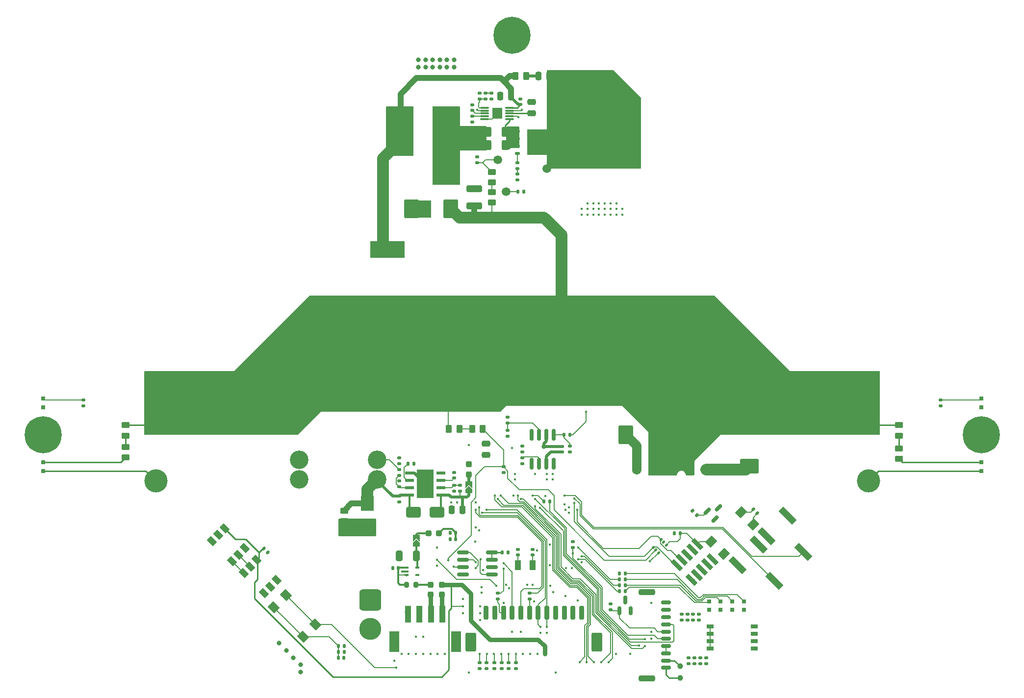
<source format=gbr>
%TF.GenerationSoftware,KiCad,Pcbnew,8.0.7*%
%TF.CreationDate,2025-04-17T20:50:55-04:00*%
%TF.ProjectId,kicker,6b69636b-6572-42e6-9b69-6361645f7063,v4*%
%TF.SameCoordinates,Original*%
%TF.FileFunction,Copper,L1,Top*%
%TF.FilePolarity,Positive*%
%FSLAX46Y46*%
G04 Gerber Fmt 4.6, Leading zero omitted, Abs format (unit mm)*
G04 Created by KiCad (PCBNEW 8.0.7) date 2025-04-17 20:50:55*
%MOMM*%
%LPD*%
G01*
G04 APERTURE LIST*
G04 Aperture macros list*
%AMRoundRect*
0 Rectangle with rounded corners*
0 $1 Rounding radius*
0 $2 $3 $4 $5 $6 $7 $8 $9 X,Y pos of 4 corners*
0 Add a 4 corners polygon primitive as box body*
4,1,4,$2,$3,$4,$5,$6,$7,$8,$9,$2,$3,0*
0 Add four circle primitives for the rounded corners*
1,1,$1+$1,$2,$3*
1,1,$1+$1,$4,$5*
1,1,$1+$1,$6,$7*
1,1,$1+$1,$8,$9*
0 Add four rect primitives between the rounded corners*
20,1,$1+$1,$2,$3,$4,$5,0*
20,1,$1+$1,$4,$5,$6,$7,0*
20,1,$1+$1,$6,$7,$8,$9,0*
20,1,$1+$1,$8,$9,$2,$3,0*%
%AMRotRect*
0 Rectangle, with rotation*
0 The origin of the aperture is its center*
0 $1 length*
0 $2 width*
0 $3 Rotation angle, in degrees counterclockwise*
0 Add horizontal line*
21,1,$1,$2,0,0,$3*%
%AMOutline5P*
0 Free polygon, 5 corners , with rotation*
0 The origin of the aperture is its center*
0 number of corners: always 5*
0 $1 to $10 corner X, Y*
0 $11 Rotation angle, in degrees counterclockwise*
0 create outline with 5 corners*
4,1,5,$1,$2,$3,$4,$5,$6,$7,$8,$9,$10,$1,$2,$11*%
%AMOutline6P*
0 Free polygon, 6 corners , with rotation*
0 The origin of the aperture is its center*
0 number of corners: always 6*
0 $1 to $12 corner X, Y*
0 $13 Rotation angle, in degrees counterclockwise*
0 create outline with 6 corners*
4,1,6,$1,$2,$3,$4,$5,$6,$7,$8,$9,$10,$11,$12,$1,$2,$13*%
%AMOutline7P*
0 Free polygon, 7 corners , with rotation*
0 The origin of the aperture is its center*
0 number of corners: always 7*
0 $1 to $14 corner X, Y*
0 $15 Rotation angle, in degrees counterclockwise*
0 create outline with 7 corners*
4,1,7,$1,$2,$3,$4,$5,$6,$7,$8,$9,$10,$11,$12,$13,$14,$1,$2,$15*%
%AMOutline8P*
0 Free polygon, 8 corners , with rotation*
0 The origin of the aperture is its center*
0 number of corners: always 8*
0 $1 to $16 corner X, Y*
0 $17 Rotation angle, in degrees counterclockwise*
0 create outline with 8 corners*
4,1,8,$1,$2,$3,$4,$5,$6,$7,$8,$9,$10,$11,$12,$13,$14,$15,$16,$1,$2,$17*%
%AMFreePoly0*
4,1,6,1.037000,0.000000,0.437000,-0.600000,-0.150000,-0.600000,-0.150000,0.600000,0.437000,0.600000,1.037000,0.000000,1.037000,0.000000,$1*%
%AMFreePoly1*
4,1,6,0.150000,-0.600000,-1.037000,-0.600000,-0.437000,0.000000,-1.037000,0.600000,0.150000,0.600000,0.150000,-0.600000,0.150000,-0.600000,$1*%
G04 Aperture macros list end*
%TA.AperFunction,SMDPad,CuDef*%
%ADD10RoundRect,0.150000X0.700000X-0.150000X0.700000X0.150000X-0.700000X0.150000X-0.700000X-0.150000X0*%
%TD*%
%TA.AperFunction,SMDPad,CuDef*%
%ADD11RoundRect,0.250000X1.150000X-0.250000X1.150000X0.250000X-1.150000X0.250000X-1.150000X-0.250000X0*%
%TD*%
%TA.AperFunction,SMDPad,CuDef*%
%ADD12RoundRect,0.140000X0.219203X0.021213X0.021213X0.219203X-0.219203X-0.021213X-0.021213X-0.219203X0*%
%TD*%
%TA.AperFunction,SMDPad,CuDef*%
%ADD13C,1.500000*%
%TD*%
%TA.AperFunction,SMDPad,CuDef*%
%ADD14RoundRect,0.140000X0.170000X-0.140000X0.170000X0.140000X-0.170000X0.140000X-0.170000X-0.140000X0*%
%TD*%
%TA.AperFunction,SMDPad,CuDef*%
%ADD15RoundRect,0.135000X-0.185000X0.135000X-0.185000X-0.135000X0.185000X-0.135000X0.185000X0.135000X0*%
%TD*%
%TA.AperFunction,ComponentPad*%
%ADD16RoundRect,0.760000X-1.140000X1.140000X-1.140000X-1.140000X1.140000X-1.140000X1.140000X1.140000X0*%
%TD*%
%TA.AperFunction,ComponentPad*%
%ADD17C,3.800000*%
%TD*%
%TA.AperFunction,SMDPad,CuDef*%
%ADD18RoundRect,0.135000X-0.135000X-0.185000X0.135000X-0.185000X0.135000X0.185000X-0.135000X0.185000X0*%
%TD*%
%TA.AperFunction,SMDPad,CuDef*%
%ADD19R,0.800000X0.800000*%
%TD*%
%TA.AperFunction,ComponentPad*%
%ADD20C,6.400000*%
%TD*%
%TA.AperFunction,SMDPad,CuDef*%
%ADD21RoundRect,0.135000X0.185000X-0.135000X0.185000X0.135000X-0.185000X0.135000X-0.185000X-0.135000X0*%
%TD*%
%TA.AperFunction,SMDPad,CuDef*%
%ADD22R,1.000000X1.800000*%
%TD*%
%TA.AperFunction,SMDPad,CuDef*%
%ADD23RotRect,1.500000X1.000000X315.000000*%
%TD*%
%TA.AperFunction,SMDPad,CuDef*%
%ADD24RotRect,1.500000X1.000000X135.000000*%
%TD*%
%TA.AperFunction,SMDPad,CuDef*%
%ADD25RoundRect,0.250000X-0.262500X-0.450000X0.262500X-0.450000X0.262500X0.450000X-0.262500X0.450000X0*%
%TD*%
%TA.AperFunction,SMDPad,CuDef*%
%ADD26RoundRect,0.250000X-0.250000X-0.475000X0.250000X-0.475000X0.250000X0.475000X-0.250000X0.475000X0*%
%TD*%
%TA.AperFunction,SMDPad,CuDef*%
%ADD27RoundRect,0.250000X-1.000000X-0.650000X1.000000X-0.650000X1.000000X0.650000X-1.000000X0.650000X0*%
%TD*%
%TA.AperFunction,SMDPad,CuDef*%
%ADD28RoundRect,0.135000X-0.226274X-0.035355X-0.035355X-0.226274X0.226274X0.035355X0.035355X0.226274X0*%
%TD*%
%TA.AperFunction,SMDPad,CuDef*%
%ADD29RoundRect,0.140000X-0.170000X0.140000X-0.170000X-0.140000X0.170000X-0.140000X0.170000X0.140000X0*%
%TD*%
%TA.AperFunction,SMDPad,CuDef*%
%ADD30RoundRect,0.125000X-0.300000X-0.125000X0.300000X-0.125000X0.300000X0.125000X-0.300000X0.125000X0*%
%TD*%
%TA.AperFunction,SMDPad,CuDef*%
%ADD31R,4.550000X4.410000*%
%TD*%
%TA.AperFunction,SMDPad,CuDef*%
%ADD32RoundRect,0.250000X-0.450000X0.262500X-0.450000X-0.262500X0.450000X-0.262500X0.450000X0.262500X0*%
%TD*%
%TA.AperFunction,SMDPad,CuDef*%
%ADD33RoundRect,0.140000X0.140000X0.170000X-0.140000X0.170000X-0.140000X-0.170000X0.140000X-0.170000X0*%
%TD*%
%TA.AperFunction,SMDPad,CuDef*%
%ADD34RoundRect,0.075000X-0.650000X-0.075000X0.650000X-0.075000X0.650000X0.075000X-0.650000X0.075000X0*%
%TD*%
%TA.AperFunction,HeatsinkPad*%
%ADD35R,1.680000X1.880000*%
%TD*%
%TA.AperFunction,SMDPad,CuDef*%
%ADD36RoundRect,0.237500X-0.287500X-0.237500X0.287500X-0.237500X0.287500X0.237500X-0.287500X0.237500X0*%
%TD*%
%TA.AperFunction,SMDPad,CuDef*%
%ADD37RoundRect,0.250000X-1.400000X-1.000000X1.400000X-1.000000X1.400000X1.000000X-1.400000X1.000000X0*%
%TD*%
%TA.AperFunction,SMDPad,CuDef*%
%ADD38RoundRect,0.250000X0.475000X-0.250000X0.475000X0.250000X-0.475000X0.250000X-0.475000X-0.250000X0*%
%TD*%
%TA.AperFunction,SMDPad,CuDef*%
%ADD39RoundRect,0.100000X0.088388X0.229810X-0.229810X-0.088388X-0.088388X-0.229810X0.229810X0.088388X0*%
%TD*%
%TA.AperFunction,SMDPad,CuDef*%
%ADD40RoundRect,0.237500X0.237500X-0.287500X0.237500X0.287500X-0.237500X0.287500X-0.237500X-0.287500X0*%
%TD*%
%TA.AperFunction,SMDPad,CuDef*%
%ADD41RotRect,3.300000X1.190000X135.000000*%
%TD*%
%TA.AperFunction,SMDPad,CuDef*%
%ADD42RoundRect,0.250000X-0.312500X-0.625000X0.312500X-0.625000X0.312500X0.625000X-0.312500X0.625000X0*%
%TD*%
%TA.AperFunction,SMDPad,CuDef*%
%ADD43RoundRect,0.150000X-0.825000X-0.150000X0.825000X-0.150000X0.825000X0.150000X-0.825000X0.150000X0*%
%TD*%
%TA.AperFunction,SMDPad,CuDef*%
%ADD44R,2.300000X2.500000*%
%TD*%
%TA.AperFunction,SMDPad,CuDef*%
%ADD45RoundRect,0.100000X-0.225000X-0.100000X0.225000X-0.100000X0.225000X0.100000X-0.225000X0.100000X0*%
%TD*%
%TA.AperFunction,SMDPad,CuDef*%
%ADD46FreePoly0,90.000000*%
%TD*%
%TA.AperFunction,SMDPad,CuDef*%
%ADD47FreePoly1,90.000000*%
%TD*%
%TA.AperFunction,SMDPad,CuDef*%
%ADD48RoundRect,0.250000X0.325000X0.650000X-0.325000X0.650000X-0.325000X-0.650000X0.325000X-0.650000X0*%
%TD*%
%TA.AperFunction,SMDPad,CuDef*%
%ADD49R,1.270000X0.760000*%
%TD*%
%TA.AperFunction,SMDPad,CuDef*%
%ADD50RoundRect,0.250000X-1.000000X1.400000X-1.000000X-1.400000X1.000000X-1.400000X1.000000X1.400000X0*%
%TD*%
%TA.AperFunction,SMDPad,CuDef*%
%ADD51RoundRect,0.150000X-0.309359X-0.521491X0.521491X0.309359X0.309359X0.521491X-0.521491X-0.309359X0*%
%TD*%
%TA.AperFunction,SMDPad,CuDef*%
%ADD52RoundRect,0.200000X0.200000X0.275000X-0.200000X0.275000X-0.200000X-0.275000X0.200000X-0.275000X0*%
%TD*%
%TA.AperFunction,SMDPad,CuDef*%
%ADD53RoundRect,0.135000X0.135000X0.185000X-0.135000X0.185000X-0.135000X-0.185000X0.135000X-0.185000X0*%
%TD*%
%TA.AperFunction,SMDPad,CuDef*%
%ADD54RoundRect,0.140000X-0.219203X-0.021213X-0.021213X-0.219203X0.219203X0.021213X0.021213X0.219203X0*%
%TD*%
%TA.AperFunction,SMDPad,CuDef*%
%ADD55R,1.100000X3.000000*%
%TD*%
%TA.AperFunction,SMDPad,CuDef*%
%ADD56R,1.800000X3.600000*%
%TD*%
%TA.AperFunction,SMDPad,CuDef*%
%ADD57RoundRect,0.150000X0.150000X-0.825000X0.150000X0.825000X-0.150000X0.825000X-0.150000X-0.825000X0*%
%TD*%
%TA.AperFunction,SMDPad,CuDef*%
%ADD58RoundRect,0.250000X-0.475000X0.250000X-0.475000X-0.250000X0.475000X-0.250000X0.475000X0.250000X0*%
%TD*%
%TA.AperFunction,SMDPad,CuDef*%
%ADD59RoundRect,0.250000X0.450000X-0.262500X0.450000X0.262500X-0.450000X0.262500X-0.450000X-0.262500X0*%
%TD*%
%TA.AperFunction,SMDPad,CuDef*%
%ADD60RoundRect,0.140000X-0.140000X-0.170000X0.140000X-0.170000X0.140000X0.170000X-0.140000X0.170000X0*%
%TD*%
%TA.AperFunction,SMDPad,CuDef*%
%ADD61RoundRect,0.150000X0.150000X-0.587500X0.150000X0.587500X-0.150000X0.587500X-0.150000X-0.587500X0*%
%TD*%
%TA.AperFunction,SMDPad,CuDef*%
%ADD62RoundRect,0.200000X0.200000X1.000000X-0.200000X1.000000X-0.200000X-1.000000X0.200000X-1.000000X0*%
%TD*%
%TA.AperFunction,SMDPad,CuDef*%
%ADD63RoundRect,0.250000X0.650000X1.400000X-0.650000X1.400000X-0.650000X-1.400000X0.650000X-1.400000X0*%
%TD*%
%TA.AperFunction,SMDPad,CuDef*%
%ADD64RoundRect,0.250000X1.100000X-0.325000X1.100000X0.325000X-1.100000X0.325000X-1.100000X-0.325000X0*%
%TD*%
%TA.AperFunction,SMDPad,CuDef*%
%ADD65R,6.000000X3.000000*%
%TD*%
%TA.AperFunction,SMDPad,CuDef*%
%ADD66RotRect,1.600000X1.400000X135.000000*%
%TD*%
%TA.AperFunction,SMDPad,CuDef*%
%ADD67RoundRect,0.250000X0.250000X0.475000X-0.250000X0.475000X-0.250000X-0.475000X0.250000X-0.475000X0*%
%TD*%
%TA.AperFunction,SMDPad,CuDef*%
%ADD68RotRect,1.600000X1.400000X225.000000*%
%TD*%
%TA.AperFunction,SMDPad,CuDef*%
%ADD69RotRect,0.800000X2.200000X45.000000*%
%TD*%
%TA.AperFunction,SMDPad,CuDef*%
%ADD70R,1.550000X0.600000*%
%TD*%
%TA.AperFunction,SMDPad,CuDef*%
%ADD71R,2.950000X4.900000*%
%TD*%
%TA.AperFunction,ComponentPad*%
%ADD72R,4.000000X4.000000*%
%TD*%
%TA.AperFunction,ComponentPad*%
%ADD73C,4.000000*%
%TD*%
%TA.AperFunction,ComponentPad*%
%ADD74C,3.200000*%
%TD*%
%TA.AperFunction,SMDPad,CuDef*%
%ADD75C,1.000000*%
%TD*%
%TA.AperFunction,ComponentPad*%
%ADD76Outline8P,-0.800000X0.400000X-0.400000X0.800000X0.400000X0.800000X0.800000X0.400000X0.800000X-0.400000X0.400000X-0.800000X-0.400000X-0.800000X-0.800000X-0.400000X0.000000*%
%TD*%
%TA.AperFunction,ComponentPad*%
%ADD77C,1.600000*%
%TD*%
%TA.AperFunction,ViaPad*%
%ADD78C,0.450000*%
%TD*%
%TA.AperFunction,ViaPad*%
%ADD79C,0.800000*%
%TD*%
%TA.AperFunction,Conductor*%
%ADD80C,0.152400*%
%TD*%
%TA.AperFunction,Conductor*%
%ADD81C,0.250000*%
%TD*%
%TA.AperFunction,Conductor*%
%ADD82C,0.500000*%
%TD*%
%TA.AperFunction,Conductor*%
%ADD83C,0.350000*%
%TD*%
%TA.AperFunction,Conductor*%
%ADD84C,0.200000*%
%TD*%
%TA.AperFunction,Conductor*%
%ADD85C,2.000000*%
%TD*%
%TA.AperFunction,Conductor*%
%ADD86C,1.000000*%
%TD*%
%TA.AperFunction,Conductor*%
%ADD87C,0.750000*%
%TD*%
%TA.AperFunction,Conductor*%
%ADD88C,0.130000*%
%TD*%
%TA.AperFunction,Conductor*%
%ADD89C,1.600000*%
%TD*%
G04 APERTURE END LIST*
D10*
%TO.P,J11,1,Pin_1*%
%TO.N,/5v0_UPSTREAM*%
X236600000Y-178250000D03*
%TO.P,J11,2,Pin_2*%
%TO.N,/3v3_UPSTREAM*%
X236600000Y-177000000D03*
%TO.P,J11,3,Pin_3*%
%TO.N,/UPSTREAM_GND*%
X236600000Y-175750000D03*
%TO.P,J11,4,Pin_4*%
X236600000Y-174500000D03*
%TO.P,J11,5,Pin_5*%
%TO.N,/COMS.BOOT0*%
X236600000Y-173250000D03*
%TO.P,J11,6,Pin_6*%
%TO.N,/COMS.RST*%
X236600000Y-172000000D03*
%TO.P,J11,7,Pin_7*%
%TO.N,/COMS.RX*%
X236600000Y-170750000D03*
%TO.P,J11,8,Pin_8*%
%TO.N,Net-(J11-Pin_8)*%
X236600000Y-169500000D03*
%TO.P,J11,9,Pin_9*%
%TO.N,Net-(J11-Pin_9)*%
X236600000Y-168250000D03*
%TO.P,J11,10,Pin_10*%
%TO.N,/COMS.CTS*%
X236600000Y-167000000D03*
D11*
%TO.P,J11,MP,MountPin*%
%TO.N,GND*%
X233250000Y-180100000D03*
X233250000Y-165150000D03*
%TD*%
D12*
%TO.P,C19,1*%
%TO.N,GND*%
X167839411Y-158339411D03*
%TO.P,C19,2*%
%TO.N,+5V*%
X167160589Y-157660589D03*
%TD*%
D13*
%TO.P,TP6,1,1*%
%TO.N,/hv_kicker/flyback_charger/V_{solenoid}*%
X218500000Y-115500000D03*
%TD*%
D14*
%TO.P,C3,1*%
%TO.N,GND*%
X190500000Y-149580000D03*
%TO.P,C3,2*%
%TO.N,+BATT*%
X190500000Y-148620000D03*
%TD*%
D13*
%TO.P,TP3,1,1*%
%TO.N,/digital/CMD_{CHG}*%
X209000000Y-96000000D03*
%TD*%
D15*
%TO.P,R54,1*%
%TO.N,/hv_kicker/solenoid_control/GATE_{kick}*%
X209250000Y-137240001D03*
%TO.P,R54,2*%
%TO.N,GND*%
X209250000Y-138259999D03*
%TD*%
D16*
%TO.P,J3,1,Pin_1*%
%TO.N,GND*%
X185500000Y-166500000D03*
D17*
%TO.P,J3,2,Pin_2*%
%TO.N,/Power Regulation/V_{batt}*%
X185500000Y-171500000D03*
%TD*%
D18*
%TO.P,R11,1*%
%TO.N,Net-(C6-Pad1)*%
X179990001Y-175500000D03*
%TO.P,R11,2*%
%TO.N,GND*%
X181009999Y-175500000D03*
%TD*%
D19*
%TO.P,D4,1,K*%
%TO.N,/digital/BB_LED_DRAIN*%
X291000000Y-133250000D03*
%TO.P,D4,2,A*%
%TO.N,Net-(D4-A)*%
X291000000Y-131750000D03*
%TD*%
D20*
%TO.P,H2,1,1*%
%TO.N,unconnected-(H2-Pad1)*%
X291000000Y-138000000D03*
%TD*%
D18*
%TO.P,R22,1*%
%TO.N,+3V3*%
X237990001Y-155000000D03*
%TO.P,R22,2*%
%TO.N,/digital/NRST*%
X239009999Y-155000000D03*
%TD*%
D21*
%TO.P,R16,1*%
%TO.N,GND*%
X240500000Y-177509998D03*
%TO.P,R16,2*%
%TO.N,Net-(R12-Pad1)*%
X240500000Y-176490000D03*
%TD*%
D22*
%TO.P,Y1,1,1*%
%TO.N,/digital/RCC_OSC32_N*%
X211000000Y-160500000D03*
%TO.P,Y1,2,2*%
%TO.N,/digital/RCC_OSC32_P*%
X213499998Y-160500000D03*
%TD*%
D23*
%TO.P,U6,1,SDI*%
%TO.N,Net-(U4-SDO)*%
X161601041Y-159863782D03*
%TO.P,U6,2,CKI*%
%TO.N,Net-(U4-CKO)*%
X162732412Y-158732412D03*
%TO.P,U6,3,GND*%
%TO.N,GND*%
X163863782Y-157601041D03*
D24*
%TO.P,U6,4,VCC*%
%TO.N,+5V*%
X160398959Y-154136218D03*
%TO.P,U6,5,CKO*%
%TO.N,unconnected-(U6-CKO-Pad5)*%
X159267588Y-155267588D03*
%TO.P,U6,6,SDO*%
%TO.N,unconnected-(U6-SDO-Pad6)*%
X158136218Y-156398959D03*
%TD*%
D19*
%TO.P,D5,1,K*%
%TO.N,GND*%
X246000000Y-168250000D03*
%TO.P,D5,2,A*%
%TO.N,Net-(D5-A)*%
X246000000Y-166750000D03*
%TD*%
D21*
%TO.P,R8,1*%
%TO.N,Net-(D2-A)*%
X201000000Y-147759999D03*
%TO.P,R8,2*%
%TO.N,/Power Regulation/VSW_FB*%
X201000000Y-146740001D03*
%TD*%
D25*
%TO.P,R50,1*%
%TO.N,/hv_kicker/HVMS*%
X203087500Y-137000000D03*
%TO.P,R50,2*%
%TO.N,/digital/V_{sense}_HV*%
X204912500Y-137000000D03*
%TD*%
D23*
%TO.P,U4,1,SDI*%
%TO.N,/digital/DOTSTAR_MOSI*%
X167101041Y-165363782D03*
%TO.P,U4,2,CKI*%
%TO.N,/digital/DOTSTAR_SCK*%
X168232412Y-164232412D03*
%TO.P,U4,3,GND*%
%TO.N,GND*%
X169363782Y-163101041D03*
D24*
%TO.P,U4,4,VCC*%
%TO.N,+5V*%
X165898959Y-159636218D03*
%TO.P,U4,5,CKO*%
%TO.N,Net-(U4-CKO)*%
X164767588Y-160767588D03*
%TO.P,U4,6,SDO*%
%TO.N,Net-(U4-SDO)*%
X163636218Y-161898959D03*
%TD*%
D21*
%TO.P,R32,1*%
%TO.N,+3V3*%
X136000000Y-133009999D03*
%TO.P,R32,2*%
%TO.N,Net-(D6-A)*%
X136000000Y-131990001D03*
%TD*%
D26*
%TO.P,C5,1*%
%TO.N,GND*%
X199550000Y-151000000D03*
%TO.P,C5,2*%
%TO.N,Net-(D2-A)*%
X201450000Y-151000000D03*
%TD*%
D27*
%TO.P,D2,1,K*%
%TO.N,+BATT*%
X192999999Y-151400000D03*
%TO.P,D2,2,A*%
%TO.N,Net-(D2-A)*%
X197000001Y-151400000D03*
%TD*%
D14*
%TO.P,C31,1*%
%TO.N,Net-(U8-SS)*%
X203100000Y-81980000D03*
%TO.P,C31,2*%
%TO.N,GND*%
X203100000Y-81020000D03*
%TD*%
D21*
%TO.P,R30,1*%
%TO.N,+3V3*%
X284000000Y-133009999D03*
%TO.P,R30,2*%
%TO.N,Net-(D4-A)*%
X284000000Y-131990001D03*
%TD*%
D28*
%TO.P,R43,1*%
%TO.N,GND*%
X241139376Y-151139376D03*
%TO.P,R43,2*%
%TO.N,/digital/LED_BB_BLUE*%
X241860624Y-151860624D03*
%TD*%
D29*
%TO.P,C28,1*%
%TO.N,+VSW*%
X218650000Y-140020000D03*
%TO.P,C28,2*%
%TO.N,GND*%
X218650000Y-140980000D03*
%TD*%
D13*
%TO.P,TP4,1,1*%
%TO.N,/hv_kicker/flyback_charger/V_{trans}*%
X216000000Y-92000000D03*
%TD*%
D30*
%TO.P,Q5,1,S*%
%TO.N,/hv_kicker/flyback_charger/CSP*%
X210950001Y-85595000D03*
%TO.P,Q5,2,S*%
X210950001Y-86865000D03*
%TO.P,Q5,3,S*%
X210950001Y-88135000D03*
%TO.P,Q5,4,G*%
%TO.N,Net-(Q5-G)*%
X210950001Y-89405000D03*
D31*
%TO.P,Q5,5,D*%
%TO.N,/hv_kicker/flyback_charger/V_{trans}*%
X214900001Y-87500000D03*
%TD*%
D32*
%TO.P,R46,1*%
%TO.N,/hv_kicker/DL1S*%
X143250000Y-140087500D03*
%TO.P,R46,2*%
%TO.N,Net-(D10-A)*%
X143250000Y-141912500D03*
%TD*%
D33*
%TO.P,C1,1*%
%TO.N,/Power Regulation/3v3_FILT*%
X190360000Y-161000000D03*
%TO.P,C1,2*%
%TO.N,GND*%
X189400000Y-161000000D03*
%TD*%
D34*
%TO.P,U8,1,VC*%
%TO.N,Net-(U8-VC)*%
X205250001Y-81500000D03*
%TO.P,U8,2,FBX*%
%TO.N,/hv_kicker/flyback_charger/FB*%
X205250001Y-82000000D03*
%TO.P,U8,3,SS*%
%TO.N,Net-(U8-SS)*%
X205250001Y-82500000D03*
%TO.P,U8,4,RT*%
%TO.N,Net-(U8-RT)*%
X205250001Y-83000000D03*
%TO.P,U8,5,SYNC*%
%TO.N,GND*%
X205250001Y-83500000D03*
%TO.P,U8,6,SENSE*%
%TO.N,/hv_kicker/flyback_charger/CSP*%
X209550001Y-83500000D03*
%TO.P,U8,7,GATE*%
%TO.N,/hv_kicker/flyback_charger/HVGATE*%
X209550001Y-83000000D03*
%TO.P,U8,8,INTVCC*%
%TO.N,Net-(U8-INTVCC)*%
X209550001Y-82500000D03*
%TO.P,U8,9,~{SHDN}/UVLO*%
%TO.N,/digital/CMD_{CHG}*%
X209550001Y-82000000D03*
%TO.P,U8,10,VIN*%
%TO.N,+BATT*%
X209550001Y-81500000D03*
D35*
%TO.P,U8,11,GND*%
%TO.N,GND*%
X207400001Y-82500000D03*
%TD*%
D36*
%TO.P,F4,1*%
%TO.N,Net-(JP1-B)*%
X195625001Y-155000000D03*
%TO.P,F4,2*%
%TO.N,+3V0*%
X197374999Y-155000000D03*
%TD*%
D37*
%TO.P,D13,1,K*%
%TO.N,/hv_kicker/flyback_charger/V_{solenoid}*%
X251000000Y-136600000D03*
%TO.P,D13,2,A*%
%TO.N,/hv_kicker/solenoid_control/CHIP_SW*%
X251000000Y-143400000D03*
%TD*%
D38*
%TO.P,C39,1*%
%TO.N,Net-(U8-INTVCC)*%
X213400001Y-82450000D03*
%TO.P,C39,2*%
%TO.N,GND*%
X213400001Y-80550000D03*
%TD*%
D32*
%TO.P,R48,1*%
%TO.N,/hv_kicker/DL2S*%
X276750000Y-140337500D03*
%TO.P,R48,2*%
%TO.N,Net-(D11-A)*%
X276750000Y-142162500D03*
%TD*%
D39*
%TO.P,D3,1,K1*%
%TO.N,/digital/NRST*%
X236631371Y-157037868D03*
%TO.P,D3,2,A*%
%TO.N,GND*%
X236171751Y-156578249D03*
%TO.P,D3,3,K2*%
%TO.N,/digital/SWCLK*%
X235712132Y-156118629D03*
%TO.P,D3,4,K3*%
%TO.N,/digital/SWDIO*%
X234368629Y-157462132D03*
%TO.P,D3,5,K4*%
%TO.N,/digital/V_{sense}_HV*%
X234828249Y-157921751D03*
%TO.P,D3,6,K5*%
%TO.N,/digital/USR_BTN*%
X235287868Y-158381371D03*
%TD*%
D40*
%TO.P,F1,1*%
%TO.N,Net-(J2-Pin_1)*%
X197900000Y-165625000D03*
%TO.P,F1,2*%
%TO.N,+5V*%
X197900000Y-163875000D03*
%TD*%
D15*
%TO.P,R5,1*%
%TO.N,+BATT*%
X190500000Y-143990001D03*
%TO.P,R5,2*%
%TO.N,/Power Regulation/VSW_CEN*%
X190500000Y-145009999D03*
%TD*%
D41*
%TO.P,RV1,1,1*%
%TO.N,+3V3*%
X248941207Y-160533310D03*
%TO.P,RV1,2,2*%
%TO.N,/digital/USER_ADJ1*%
X255262742Y-163262742D03*
%TO.P,RV1,3,3*%
%TO.N,GND*%
X252533310Y-156941207D03*
%TD*%
D42*
%TO.P,R65,1*%
%TO.N,GND*%
X205857501Y-87970000D03*
%TO.P,R65,2*%
%TO.N,/hv_kicker/flyback_charger/CSP*%
X208782501Y-87970000D03*
%TD*%
D21*
%TO.P,R19,1*%
%TO.N,GND*%
X243500000Y-177509999D03*
%TO.P,R19,2*%
%TO.N,Net-(R15-Pad1)*%
X243500000Y-176490001D03*
%TD*%
D15*
%TO.P,R79,1*%
%TO.N,/Dribbler/DRIB_BOOT_UART.RTS*%
X207500000Y-165390001D03*
%TO.P,R79,2*%
%TO.N,Net-(J7-Pin_10)*%
X207500000Y-166409999D03*
%TD*%
D13*
%TO.P,TP5,1,1*%
%TO.N,/hv_kicker/flyback_charger/FB*%
X207500000Y-90500000D03*
%TD*%
D21*
%TO.P,R62,1*%
%TO.N,GND*%
X210900001Y-94010000D03*
%TO.P,R62,2*%
%TO.N,/hv_kicker/flyback_charger/HVGATE*%
X210900001Y-92990000D03*
%TD*%
D43*
%TO.P,U5,1,~{CS}*%
%TO.N,/digital/FLASH_NSS*%
X201525000Y-158295000D03*
%TO.P,U5,2,SO/IO1*%
%TO.N,/digital/FLASH_MISO*%
X201525000Y-159565000D03*
%TO.P,U5,3,~{WP}/IO2*%
%TO.N,+3V3*%
X201525000Y-160835000D03*
%TO.P,U5,4,GND*%
%TO.N,GND*%
X201525000Y-162105000D03*
%TO.P,U5,5,SI/IO0*%
%TO.N,/digital/FLASH_MOSI*%
X206475000Y-162105000D03*
%TO.P,U5,6,SCK*%
%TO.N,/digital/FLASH_SCK*%
X206475000Y-160835000D03*
%TO.P,U5,7,~{HOLD}/IO3*%
%TO.N,+3V3*%
X206475000Y-159565000D03*
%TO.P,U5,8,VCC*%
X206475000Y-158295000D03*
%TD*%
D44*
%TO.P,D1,1,A1*%
%TO.N,GND*%
X185000000Y-154150001D03*
%TO.P,D1,2,A2*%
%TO.N,+BATT*%
X185000000Y-149849999D03*
%TD*%
D32*
%TO.P,R67,1*%
%TO.N,/hv_kicker/flyback_charger/FB*%
X206500000Y-92597499D03*
%TO.P,R67,2*%
%TO.N,/hv_kicker/flyback_charger/HVFBS*%
X206500000Y-94422499D03*
%TD*%
D20*
%TO.P,H1,1,1*%
%TO.N,unconnected-(H1-Pad1)*%
X210000000Y-69000000D03*
%TD*%
D45*
%TO.P,U1,1,IN*%
%TO.N,/Power Regulation/3v3_FILT*%
X191750000Y-160950000D03*
%TO.P,U1,2,GND*%
%TO.N,GND*%
X191750000Y-161600000D03*
%TO.P,U1,3,EN*%
%TO.N,/Power Regulation/3v3_FILT*%
X191750000Y-162250000D03*
%TO.P,U1,4,NC*%
%TO.N,unconnected-(U1-NC-Pad4)*%
X193650000Y-162250000D03*
%TO.P,U1,5,OUT*%
%TO.N,/Power Regulation/3v0_PREFUSE*%
X193650000Y-160950000D03*
%TD*%
D46*
%TO.P,JP1,1,A*%
%TO.N,/Power Regulation/3v0_PREFUSE*%
X193500000Y-157150000D03*
D47*
%TO.P,JP1,2,B*%
%TO.N,Net-(JP1-B)*%
X193500000Y-155450000D03*
%TD*%
D48*
%TO.P,C2,1*%
%TO.N,/Power Regulation/3v0_PREFUSE*%
X193475001Y-158900000D03*
%TO.P,C2,2*%
%TO.N,GND*%
X190524999Y-158900000D03*
%TD*%
D14*
%TO.P,C22,1*%
%TO.N,/digital/RCC_OSC32_P*%
X213500000Y-158780000D03*
%TO.P,C22,2*%
%TO.N,GND*%
X213500000Y-157820000D03*
%TD*%
D40*
%TO.P,F2,1*%
%TO.N,Net-(J2-Pin_2)*%
X195900000Y-165625000D03*
%TO.P,F2,2*%
%TO.N,+3V3*%
X195900000Y-163875000D03*
%TD*%
D33*
%TO.P,C17,1*%
%TO.N,+3V0*%
X200280000Y-154900000D03*
%TO.P,C17,2*%
%TO.N,GND*%
X199320000Y-154900000D03*
%TD*%
D15*
%TO.P,R9,1*%
%TO.N,/Power Regulation/VSW_FB*%
X200000000Y-146740001D03*
%TO.P,R9,2*%
%TO.N,GND*%
X200000000Y-147759999D03*
%TD*%
%TO.P,R60,1*%
%TO.N,Net-(C37-Pad1)*%
X205400001Y-78990000D03*
%TO.P,R60,2*%
%TO.N,Net-(U8-VC)*%
X205400001Y-80010000D03*
%TD*%
D21*
%TO.P,R13,1*%
%TO.N,Net-(R13-Pad1)*%
X240250000Y-170000000D03*
%TO.P,R13,2*%
%TO.N,/digital/DIP2*%
X240250000Y-168980002D03*
%TD*%
D49*
%TO.P,SW2,1*%
%TO.N,Net-(R15-Pad1)*%
X251810000Y-174905000D03*
%TO.P,SW2,2*%
%TO.N,Net-(R14-Pad1)*%
X251810000Y-173635000D03*
%TO.P,SW2,3*%
%TO.N,Net-(R13-Pad1)*%
X251810000Y-172365000D03*
%TO.P,SW2,4*%
%TO.N,Net-(R12-Pad1)*%
X251810000Y-171095000D03*
%TO.P,SW2,5*%
%TO.N,+3V3*%
X244190000Y-171095000D03*
%TO.P,SW2,6*%
X244190000Y-172365000D03*
%TO.P,SW2,7*%
X244190000Y-173635000D03*
%TO.P,SW2,8*%
X244190000Y-174905000D03*
%TD*%
D33*
%TO.P,C24,1*%
%TO.N,GND*%
X209280000Y-158300000D03*
%TO.P,C24,2*%
%TO.N,+3V3*%
X208320000Y-158300000D03*
%TD*%
D50*
%TO.P,D14,1,K*%
%TO.N,/hv_kicker/flyback_charger/V_{solenoid}*%
X199400000Y-99000000D03*
%TO.P,D14,2,A*%
%TO.N,/hv_kicker/flyback_charger/HV_AC*%
X192600000Y-99000000D03*
%TD*%
D15*
%TO.P,R52,1*%
%TO.N,/digital/CMD_{KICK}*%
X211750000Y-141990001D03*
%TO.P,R52,2*%
%TO.N,GND*%
X211750000Y-143009999D03*
%TD*%
%TO.P,R86,1*%
%TO.N,/Ball Sense/SENSE_BOOT_UART.RST*%
X209400000Y-177390001D03*
%TO.P,R86,2*%
%TO.N,GND*%
X209400000Y-178409999D03*
%TD*%
D19*
%TO.P,D9,1,K*%
%TO.N,GND*%
X248000000Y-168250000D03*
%TO.P,D9,2,A*%
%TO.N,Net-(D9-A)*%
X248000000Y-166750000D03*
%TD*%
D51*
%TO.P,Q2,1,G*%
%TO.N,/digital/LED_BB_BLUE*%
X243665336Y-151241161D03*
%TO.P,Q2,2,S*%
%TO.N,GND*%
X245008839Y-152584664D03*
%TO.P,Q2,3,D*%
%TO.N,/digital/BB_LED_DRAIN*%
X245662913Y-150587087D03*
%TD*%
D26*
%TO.P,C40,1*%
%TO.N,Net-(C40-Pad1)*%
X214550000Y-76000000D03*
%TO.P,C40,2*%
%TO.N,/hv_kicker/flyback_charger/V_{trans}*%
X216450000Y-76000000D03*
%TD*%
D40*
%TO.P,F5,1*%
%TO.N,Net-(JP2-B)*%
X202500000Y-144875000D03*
%TO.P,F5,2*%
%TO.N,+VSW*%
X202500000Y-143125000D03*
%TD*%
D32*
%TO.P,R66,1*%
%TO.N,/hv_kicker/flyback_charger/HVFBS*%
X206500000Y-96087500D03*
%TO.P,R66,2*%
%TO.N,/hv_kicker/flyback_charger/V_{solenoid}*%
X206500000Y-97912500D03*
%TD*%
D52*
%TO.P,L1,1,1*%
%TO.N,+3V3*%
X193425000Y-163900000D03*
%TO.P,L1,2,2*%
%TO.N,/Power Regulation/3v3_FILT*%
X191775000Y-163900000D03*
%TD*%
D14*
%TO.P,C20,1*%
%TO.N,/digital/RCC_OSC32_N*%
X211000000Y-158780000D03*
%TO.P,C20,2*%
%TO.N,GND*%
X211000000Y-157820000D03*
%TD*%
D53*
%TO.P,R10,1*%
%TO.N,+3V3*%
X193009999Y-143000000D03*
%TO.P,R10,2*%
%TO.N,/Power Regulation/VSW_PGOOD*%
X191990001Y-143000000D03*
%TD*%
D54*
%TO.P,C7,1*%
%TO.N,/digital/NRST*%
X251660589Y-150910589D03*
%TO.P,C7,2*%
%TO.N,GND*%
X252339411Y-151589411D03*
%TD*%
D21*
%TO.P,R76,1*%
%TO.N,+3V3*%
X205600000Y-178409999D03*
%TO.P,R76,2*%
%TO.N,/Ball Sense/SENSE_BOOT_UART.CTS*%
X205600000Y-177390001D03*
%TD*%
%TO.P,R17,1*%
%TO.N,GND*%
X241500000Y-177509998D03*
%TO.P,R17,2*%
%TO.N,Net-(R13-Pad1)*%
X241500000Y-176490000D03*
%TD*%
D55*
%TO.P,J2,1,Pin_1*%
%TO.N,Net-(J2-Pin_1)*%
X198000000Y-169000000D03*
%TO.P,J2,2,Pin_2*%
%TO.N,Net-(J2-Pin_2)*%
X196000000Y-169000000D03*
%TO.P,J2,3,Pin_3*%
%TO.N,GND*%
X194000000Y-169000000D03*
%TO.P,J2,4,Pin_4*%
X192000000Y-169000000D03*
D56*
%TO.P,J2,MP,MountPin*%
%TO.N,unconnected-(J2-MountPin-PadMP)_1*%
X189650000Y-173700000D03*
%TO.N,unconnected-(J2-MountPin-PadMP)*%
X200350000Y-173700000D03*
%TD*%
D46*
%TO.P,JP2,1,A*%
%TO.N,Net-(D2-A)*%
X202500000Y-147950000D03*
D47*
%TO.P,JP2,2,B*%
%TO.N,Net-(JP2-B)*%
X202500000Y-146250000D03*
%TD*%
D53*
%TO.P,R20,1*%
%TO.N,/digital/USR_BTN*%
X181009999Y-174500000D03*
%TO.P,R20,2*%
%TO.N,Net-(C6-Pad1)*%
X179990001Y-174500000D03*
%TD*%
D57*
%TO.P,U7,1,NC*%
%TO.N,unconnected-(U7-NC-Pad1)*%
X213345000Y-142975000D03*
%TO.P,U7,2,INA*%
%TO.N,/digital/CMD_{KICK}*%
X214615000Y-142975000D03*
%TO.P,U7,3,GND*%
%TO.N,GND*%
X215885000Y-142975000D03*
%TO.P,U7,4,INB*%
%TO.N,/digital/CMD_{CHIP}*%
X217155000Y-142975000D03*
%TO.P,U7,5,OUTB*%
%TO.N,/hv_kicker/solenoid_control/GATE_{chip}*%
X217155000Y-138025000D03*
%TO.P,U7,6,V+*%
%TO.N,+VSW*%
X215885000Y-138025000D03*
%TO.P,U7,7,OUTA*%
%TO.N,/hv_kicker/solenoid_control/GATE_{kick}*%
X214615000Y-138025000D03*
%TO.P,U7,8,NC*%
%TO.N,unconnected-(U7-NC-Pad8)*%
X213345000Y-138025000D03*
%TD*%
D21*
%TO.P,R7,1*%
%TO.N,/Power Regulation/VSW_CEN*%
X190500000Y-143009999D03*
%TO.P,R7,2*%
%TO.N,GND*%
X190500000Y-141990001D03*
%TD*%
D15*
%TO.P,R6,1*%
%TO.N,/digital/VSW_EN*%
X190500000Y-145990001D03*
%TO.P,R6,2*%
%TO.N,/Power Regulation/VSW_CEN*%
X190500000Y-147009999D03*
%TD*%
D20*
%TO.P,H3,1,1*%
%TO.N,unconnected-(H3-Pad1)*%
X129000000Y-138000000D03*
%TD*%
D25*
%TO.P,R61,1*%
%TO.N,+BATT*%
X210587500Y-76000000D03*
%TO.P,R61,2*%
%TO.N,Net-(C40-Pad1)*%
X212412500Y-76000000D03*
%TD*%
D29*
%TO.P,C37,1*%
%TO.N,Net-(C37-Pad1)*%
X206400001Y-79020000D03*
%TO.P,C37,2*%
%TO.N,GND*%
X206400001Y-79980000D03*
%TD*%
D58*
%TO.P,C27,1*%
%TO.N,+VSW*%
X205500000Y-139550001D03*
%TO.P,C27,2*%
%TO.N,GND*%
X205500000Y-141449999D03*
%TD*%
D59*
%TO.P,R4,1*%
%TO.N,GND*%
X181000000Y-152912500D03*
%TO.P,R4,2*%
%TO.N,+BATT*%
X181000000Y-151087500D03*
%TD*%
D15*
%TO.P,R70,1*%
%TO.N,/Dribbler/DRIB_BOOT_UART.TX*%
X213000000Y-165390000D03*
%TO.P,R70,2*%
%TO.N,Net-(J7-Pin_7)*%
X213000000Y-166410000D03*
%TD*%
D21*
%TO.P,R56,1*%
%TO.N,/hv_kicker/solenoid_control/GATE_{kick}*%
X209250000Y-136009999D03*
%TO.P,R56,2*%
%TO.N,/hv_kicker/solenoid_control/GATE_{kick}_FILT*%
X209250000Y-134990001D03*
%TD*%
D60*
%TO.P,C6,1*%
%TO.N,Net-(C6-Pad1)*%
X180020000Y-176500000D03*
%TO.P,C6,2*%
%TO.N,GND*%
X180980000Y-176500000D03*
%TD*%
D18*
%TO.P,R44,1*%
%TO.N,/digital/ShutdownInitiated*%
X228490001Y-163000000D03*
%TO.P,R44,2*%
%TO.N,Net-(D9-A)*%
X229509999Y-163000000D03*
%TD*%
D21*
%TO.P,R77,1*%
%TO.N,+3V3*%
X206900000Y-178409999D03*
%TO.P,R77,2*%
%TO.N,/Ball Sense/SENSE_BOOT_UART.RX*%
X206900000Y-177390001D03*
%TD*%
D15*
%TO.P,R68,1*%
%TO.N,GND*%
X204000000Y-89990000D03*
%TO.P,R68,2*%
%TO.N,/hv_kicker/flyback_charger/FB*%
X204000000Y-91010000D03*
%TD*%
D61*
%TO.P,Q1,1,G*%
%TO.N,/COMS.RST*%
X228550000Y-168437500D03*
%TO.P,Q1,2,S*%
%TO.N,GND*%
X230450000Y-168437500D03*
%TO.P,Q1,3,D*%
%TO.N,/digital/NRST*%
X229500000Y-166562500D03*
%TD*%
D21*
%TO.P,R63,1*%
%TO.N,/hv_kicker/flyback_charger/HVGATE*%
X210900001Y-92020000D03*
%TO.P,R63,2*%
%TO.N,Net-(Q5-G)*%
X210900001Y-91000000D03*
%TD*%
D50*
%TO.P,D12,1,K*%
%TO.N,/hv_kicker/flyback_charger/V_{solenoid}*%
X236400000Y-138000000D03*
%TO.P,D12,2,A*%
%TO.N,/hv_kicker/solenoid_control/KICK_SW*%
X229600000Y-138000000D03*
%TD*%
D18*
%TO.P,R38,1*%
%TO.N,+BATT*%
X228490001Y-162000000D03*
%TO.P,R38,2*%
%TO.N,Net-(D8-A)*%
X229509999Y-162000000D03*
%TD*%
D33*
%TO.P,C11,1*%
%TO.N,+3V0*%
X200280000Y-156000000D03*
%TO.P,C11,2*%
%TO.N,GND*%
X199320000Y-156000000D03*
%TD*%
D21*
%TO.P,R59,1*%
%TO.N,GND*%
X203100000Y-84010000D03*
%TO.P,R59,2*%
%TO.N,Net-(U8-RT)*%
X203100000Y-82990000D03*
%TD*%
D32*
%TO.P,R47,1*%
%TO.N,/hv_kicker/flyback_charger/V_{solenoid}*%
X276750000Y-136337500D03*
%TO.P,R47,2*%
%TO.N,/hv_kicker/DL2S*%
X276750000Y-138162500D03*
%TD*%
D15*
%TO.P,R51,1*%
%TO.N,/digital/V_{sense}_HV*%
X208500000Y-143490001D03*
%TO.P,R51,2*%
%TO.N,GND*%
X208500000Y-144509999D03*
%TD*%
D62*
%TO.P,J7,1,Pin_1*%
%TO.N,+BATT*%
X222000000Y-168750000D03*
%TO.P,J7,2,Pin_2*%
X220500000Y-168750000D03*
%TO.P,J7,3,Pin_3*%
%TO.N,GND*%
X219000000Y-168750000D03*
%TO.P,J7,4,Pin_4*%
X217500000Y-168750000D03*
%TO.P,J7,5,Pin_5*%
%TO.N,/Dribbler/DRIB_BOOT_UART.BOOT0*%
X216000000Y-168750000D03*
%TO.P,J7,6,Pin_6*%
%TO.N,/Dribbler/DRIB_BOOT_UART.RST*%
X214500000Y-168750000D03*
%TO.P,J7,7,Pin_7*%
%TO.N,Net-(J7-Pin_7)*%
X213000000Y-168750000D03*
%TO.P,J7,8,Pin_8*%
%TO.N,/Dribbler/DRIB_BOOT_UART.RX*%
X211500000Y-168750000D03*
%TO.P,J7,9,Pin_9*%
%TO.N,/Dribbler/DRIB_BOOT_UART.CTS*%
X210000000Y-168750000D03*
%TO.P,J7,10,Pin_10*%
%TO.N,Net-(J7-Pin_10)*%
X208500000Y-168750000D03*
%TO.P,J7,11,Pin_11*%
%TO.N,GND*%
X207000000Y-168750000D03*
%TO.P,J7,12,Pin_12*%
%TO.N,+3V3*%
X205500000Y-168750000D03*
D63*
%TO.P,J7,MP,MountPin*%
%TO.N,unconnected-(J7-MountPin-PadMP)_1*%
X224600000Y-173800000D03*
%TO.N,unconnected-(J7-MountPin-PadMP)*%
X202900000Y-173800000D03*
%TD*%
D64*
%TO.P,C41,1*%
%TO.N,/hv_kicker/flyback_charger/V_{solenoid}*%
X203500000Y-98475001D03*
%TO.P,C41,2*%
%TO.N,GND*%
X203500000Y-95524999D03*
%TD*%
D65*
%TO.P,C29,1*%
%TO.N,+BATT*%
X188500000Y-106000000D03*
%TD*%
D21*
%TO.P,R18,1*%
%TO.N,GND*%
X242500000Y-177509998D03*
%TO.P,R18,2*%
%TO.N,Net-(R14-Pad1)*%
X242500000Y-176490000D03*
%TD*%
D25*
%TO.P,R49,1*%
%TO.N,/hv_kicker/flyback_charger/V_{solenoid}*%
X199087500Y-137000000D03*
%TO.P,R49,2*%
%TO.N,/hv_kicker/HVMS*%
X200912500Y-137000000D03*
%TD*%
D15*
%TO.P,R55,1*%
%TO.N,/hv_kicker/solenoid_control/GATE_{chip}*%
X220000000Y-139990001D03*
%TO.P,R55,2*%
%TO.N,GND*%
X220000000Y-141009999D03*
%TD*%
D21*
%TO.P,R53,1*%
%TO.N,/digital/CMD_{CHIP}*%
X211750000Y-141009999D03*
%TO.P,R53,2*%
%TO.N,GND*%
X211750000Y-139990001D03*
%TD*%
D14*
%TO.P,C34,1*%
%TO.N,Net-(U8-VC)*%
X204400001Y-79980000D03*
%TO.P,C34,2*%
%TO.N,GND*%
X204400001Y-79020000D03*
%TD*%
D18*
%TO.P,R58,1*%
%TO.N,/digital/CMD_{CHG}*%
X210990000Y-96000000D03*
%TO.P,R58,2*%
%TO.N,GND*%
X212010000Y-96000000D03*
%TD*%
%TO.P,R57,1*%
%TO.N,/hv_kicker/solenoid_control/GATE_{chip}*%
X218990001Y-138000000D03*
%TO.P,R57,2*%
%TO.N,/hv_kicker/solenoid_control/GATE_{chip}_FILT*%
X220009999Y-138000000D03*
%TD*%
D19*
%TO.P,D10,1,K*%
%TO.N,GND*%
X129000000Y-144250000D03*
%TO.P,D10,2,A*%
%TO.N,Net-(D10-A)*%
X129000000Y-142750000D03*
%TD*%
%TO.P,D6,1,K*%
%TO.N,/digital/BB_LED_DRAIN*%
X129000000Y-133250000D03*
%TO.P,D6,2,A*%
%TO.N,Net-(D6-A)*%
X129000000Y-131750000D03*
%TD*%
%TO.P,D11,1,K*%
%TO.N,GND*%
X291000000Y-144250000D03*
%TO.P,D11,2,A*%
%TO.N,Net-(D11-A)*%
X291000000Y-142750000D03*
%TD*%
D66*
%TO.P,SW1,1,1*%
%TO.N,Net-(C6-Pad1)*%
X173884924Y-172906245D03*
X168793755Y-167815076D03*
%TO.P,SW1,2,2*%
%TO.N,+3V3*%
X176006245Y-170784924D03*
X170915076Y-165693755D03*
%TD*%
D67*
%TO.P,C32,1*%
%TO.N,+BATT*%
X209850001Y-79500000D03*
%TO.P,C32,2*%
%TO.N,GND*%
X207950001Y-79500000D03*
%TD*%
D14*
%TO.P,C4,1*%
%TO.N,Net-(U2-DELAY)*%
X200000000Y-145480000D03*
%TO.P,C4,2*%
%TO.N,GND*%
X200000000Y-144520000D03*
%TD*%
D68*
%TO.P,SW3,1,1*%
%TO.N,GND*%
X251606245Y-153515076D03*
X246515076Y-158606245D03*
%TO.P,SW3,2,2*%
%TO.N,/digital/NRST*%
X249484924Y-151393755D03*
X244393755Y-156484924D03*
%TD*%
D19*
%TO.P,D8,1,K*%
%TO.N,GND*%
X250000000Y-168250000D03*
%TO.P,D8,2,A*%
%TO.N,Net-(D8-A)*%
X250000000Y-166750000D03*
%TD*%
D32*
%TO.P,R45,1*%
%TO.N,/hv_kicker/flyback_charger/V_{solenoid}*%
X143250000Y-136337500D03*
%TO.P,R45,2*%
%TO.N,/hv_kicker/DL1S*%
X143250000Y-138162500D03*
%TD*%
D18*
%TO.P,R31,1*%
%TO.N,/digital/LED_GREEN*%
X228490001Y-164000000D03*
%TO.P,R31,2*%
%TO.N,Net-(D5-A)*%
X229509999Y-164000000D03*
%TD*%
D53*
%TO.P,R1,1*%
%TO.N,Net-(J11-Pin_8)*%
X216509999Y-149500000D03*
%TO.P,R1,2*%
%TO.N,/COMS.TX*%
X215490001Y-149500000D03*
%TD*%
D15*
%TO.P,R87,1*%
%TO.N,/Ball Sense/SENSE_BOOT_UART.BOOT0*%
X210700000Y-177390001D03*
%TO.P,R87,2*%
%TO.N,GND*%
X210700000Y-178409999D03*
%TD*%
D21*
%TO.P,R78,1*%
%TO.N,/Ball Sense/SENSE_BOOT_UART.TX*%
X208200000Y-178409999D03*
%TO.P,R78,2*%
%TO.N,Net-(J1-Pin_7)*%
X208200000Y-177390001D03*
%TD*%
%TO.P,R85,1*%
%TO.N,/Ball Sense/SENSE_BOOT_UART.RTS*%
X204400000Y-178409999D03*
%TO.P,R85,2*%
%TO.N,Net-(J1-Pin_10)*%
X204400000Y-177390001D03*
%TD*%
D69*
%TO.P,J4,1,VTref*%
%TO.N,+3V3*%
X240990883Y-163082986D03*
%TO.P,J4,2,SWDIO/TMS*%
%TO.N,/digital/SWDIO*%
X238417014Y-160509117D03*
%TO.P,J4,3,GND*%
%TO.N,GND*%
X241888909Y-162184960D03*
%TO.P,J4,4,SWCLK/TCK*%
%TO.N,/digital/SWCLK*%
X239315040Y-159611091D03*
%TO.P,J4,5,GND*%
%TO.N,GND*%
X242786934Y-161286934D03*
%TO.P,J4,6,SWO/TDO*%
%TO.N,unconnected-(J4-SWO{slash}TDO-Pad6)*%
X240213066Y-158713066D03*
%TO.P,J4,7,KEY*%
%TO.N,unconnected-(J4-KEY-Pad7)*%
X243684960Y-160388909D03*
%TO.P,J4,8,NC/TDI*%
%TO.N,unconnected-(J4-NC{slash}TDI-Pad8)*%
X241111091Y-157815040D03*
%TO.P,J4,9,GNDDetect*%
%TO.N,GND*%
X244582986Y-159490883D03*
%TO.P,J4,10,~{RESET}*%
%TO.N,/digital/NRST*%
X242009117Y-156917014D03*
%TD*%
D42*
%TO.P,R64,1*%
%TO.N,GND*%
X205857501Y-85679999D03*
%TO.P,R64,2*%
%TO.N,/hv_kicker/flyback_charger/CSP*%
X208782501Y-85679999D03*
%TD*%
D21*
%TO.P,R14,1*%
%TO.N,Net-(R14-Pad1)*%
X241250000Y-170000000D03*
%TO.P,R14,2*%
%TO.N,/digital/DIP1*%
X241250000Y-168980002D03*
%TD*%
%TO.P,R21,1*%
%TO.N,/COMS.RST*%
X227000000Y-168259999D03*
%TO.P,R21,2*%
%TO.N,GND*%
X227000000Y-167240001D03*
%TD*%
D41*
%TO.P,RV2,1,1*%
%TO.N,+3V3*%
X253941207Y-155533310D03*
%TO.P,RV2,2,2*%
%TO.N,/digital/USER_ADJ2*%
X260262742Y-158262742D03*
%TO.P,RV2,3,3*%
%TO.N,GND*%
X257533310Y-151941207D03*
%TD*%
D18*
%TO.P,R35,1*%
%TO.N,/digital/LED_RED*%
X228490001Y-165000000D03*
%TO.P,R35,2*%
%TO.N,Net-(D7-A)*%
X229509999Y-165000000D03*
%TD*%
D70*
%TO.P,U2,1,OUT*%
%TO.N,Net-(D2-A)*%
X197700000Y-148405000D03*
%TO.P,U2,2,FB*%
%TO.N,/Power Regulation/VSW_FB*%
X197700000Y-147135000D03*
%TO.P,U2,3,DELAY*%
%TO.N,Net-(U2-DELAY)*%
X197700000Y-145865000D03*
%TO.P,U2,4,NC*%
%TO.N,unconnected-(U2-NC-Pad4)*%
X197700000Y-144595000D03*
%TO.P,U2,5,GND*%
%TO.N,GND*%
X192300000Y-144595000D03*
%TO.P,U2,6,PG*%
%TO.N,/Power Regulation/VSW_PGOOD*%
X192300000Y-145865000D03*
%TO.P,U2,7,EN*%
%TO.N,/Power Regulation/VSW_CEN*%
X192300000Y-147135000D03*
%TO.P,U2,8,IN*%
%TO.N,+BATT*%
X192300000Y-148405000D03*
D71*
%TO.P,U2,9,GND*%
%TO.N,GND*%
X195000000Y-146500000D03*
%TD*%
D21*
%TO.P,R15,1*%
%TO.N,Net-(R15-Pad1)*%
X242250000Y-170000000D03*
%TO.P,R15,2*%
%TO.N,/digital/DIP0*%
X242250000Y-168980002D03*
%TD*%
D19*
%TO.P,D7,1,K*%
%TO.N,GND*%
X244000000Y-168250000D03*
%TO.P,D7,2,A*%
%TO.N,Net-(D7-A)*%
X244000000Y-166750000D03*
%TD*%
D15*
%TO.P,R27,1*%
%TO.N,GND*%
X220500000Y-156490001D03*
%TO.P,R27,2*%
%TO.N,/COMS.BOOT0*%
X220500000Y-157509999D03*
%TD*%
D21*
%TO.P,R12,1*%
%TO.N,Net-(R12-Pad1)*%
X239250001Y-170000000D03*
%TO.P,R12,2*%
%TO.N,/digital/DIP3*%
X239250001Y-168980002D03*
%TD*%
D14*
%TO.P,C35,1*%
%TO.N,+BATT*%
X211400001Y-80980000D03*
%TO.P,C35,2*%
%TO.N,GND*%
X211400001Y-80020000D03*
%TD*%
D72*
%TO.P,C26,1*%
%TO.N,/hv_kicker/flyback_charger/V_{solenoid}*%
X271500000Y-136000000D03*
D73*
%TO.P,C26,2*%
%TO.N,GND*%
X271500000Y-146000000D03*
%TD*%
D72*
%TO.P,C25,1*%
%TO.N,/hv_kicker/flyback_charger/V_{solenoid}*%
X148500000Y-136000000D03*
D73*
%TO.P,C25,2*%
%TO.N,GND*%
X148500000Y-146000000D03*
%TD*%
D74*
%TO.P,F3,1*%
%TO.N,/Power Regulation/V_{batt}*%
X173265000Y-142300000D03*
X173265000Y-145700000D03*
%TO.P,F3,2*%
%TO.N,+BATT*%
X186735000Y-142300000D03*
X186735000Y-145700000D03*
%TD*%
D75*
%TO.P,TP2,1,1*%
%TO.N,/3v3_UPSTREAM*%
X239000000Y-178000000D03*
%TD*%
D76*
%TO.P,J5,1,Pin_1*%
%TO.N,/hv_kicker/flyback_charger/V_{solenoid}*%
X234500000Y-144000000D03*
D77*
%TO.P,J5,2,Pin_2*%
%TO.N,/hv_kicker/solenoid_control/KICK_SW*%
X231500000Y-144000000D03*
%TD*%
D75*
%TO.P,TP1,1,1*%
%TO.N,/5v0_UPSTREAM*%
X239000000Y-180000000D03*
%TD*%
D76*
%TO.P,J6,1,Pin_1*%
%TO.N,/hv_kicker/solenoid_control/CHIP_SW*%
X243500000Y-144000000D03*
D77*
%TO.P,J6,2,Pin_2*%
%TO.N,/hv_kicker/flyback_charger/V_{solenoid}*%
X240500000Y-144000000D03*
%TD*%
D78*
%TO.N,/COMS.CTS*%
X232900000Y-174500000D03*
%TO.N,Net-(J11-Pin_8)*%
X236600000Y-169500000D03*
%TO.N,/COMS.RTS*%
X231900000Y-174450000D03*
%TO.N,Net-(J11-Pin_8)*%
X232900000Y-173350000D03*
%TO.N,GND*%
X233990001Y-172000000D03*
X233990000Y-173250000D03*
%TO.N,Net-(U8-INTVCC)*%
X202500000Y-139780002D03*
%TO.N,GND*%
X209280000Y-158300000D03*
X209400000Y-178409999D03*
X195800000Y-145700000D03*
D79*
X200500000Y-83000000D03*
D78*
X251606245Y-153515076D03*
D79*
X198000000Y-91750000D03*
X198000000Y-90500000D03*
D78*
X210700000Y-178409999D03*
X169363782Y-163101041D03*
X184500000Y-155000000D03*
X200000000Y-144520000D03*
X181009999Y-175500000D03*
D79*
X200500000Y-86750000D03*
X198000000Y-83000000D03*
D78*
X203600000Y-156500000D03*
X228000000Y-98000000D03*
X217500000Y-168000000D03*
X211875000Y-175850000D03*
X207000000Y-169500000D03*
X211750000Y-143009999D03*
X223000000Y-98000000D03*
D79*
X196250000Y-74500000D03*
X196750000Y-83000000D03*
D78*
X244000000Y-168250000D03*
D79*
X200500000Y-94250000D03*
D78*
X195900000Y-175850000D03*
X203100000Y-84010000D03*
X233300000Y-180100000D03*
X220000000Y-141009999D03*
X204509999Y-170000000D03*
X246515076Y-158606245D03*
D79*
X195100000Y-74500000D03*
X196750000Y-94250000D03*
X193850000Y-74500000D03*
D78*
X207400001Y-82500000D03*
X219000000Y-168000000D03*
X216000000Y-172200000D03*
D79*
X198000000Y-81750000D03*
X200500000Y-93000000D03*
D78*
X204700000Y-165280000D03*
X200000000Y-147759999D03*
D79*
X198000000Y-93000000D03*
X196750000Y-93000000D03*
X172250000Y-176500000D03*
X198750000Y-74500000D03*
D78*
X250000000Y-168250000D03*
X195000000Y-145700000D03*
X206400001Y-79980000D03*
D79*
X199250000Y-90500000D03*
D78*
X229000000Y-99000000D03*
X182500000Y-154000001D03*
D79*
X196750000Y-85500000D03*
X200500000Y-90500000D03*
D78*
X184500000Y-154000000D03*
X206900000Y-81900000D03*
D79*
X200000000Y-74500000D03*
D78*
X240500000Y-177509998D03*
D79*
X200500000Y-91750000D03*
D78*
X199320000Y-154900000D03*
D79*
X199250000Y-83000000D03*
D78*
X191000000Y-161600000D03*
X204509999Y-167600001D03*
X180500000Y-154000000D03*
X195000000Y-147300000D03*
D79*
X173500000Y-179000000D03*
D78*
X218650000Y-140980000D03*
X227900000Y-175850000D03*
X224000000Y-99000000D03*
X226000000Y-98000000D03*
X206900000Y-83100000D03*
D79*
X200500000Y-88000000D03*
D78*
X225000000Y-98000000D03*
X207000000Y-168750000D03*
X207900000Y-83100000D03*
X212010000Y-96000000D03*
X189400000Y-161000000D03*
X243500000Y-177509998D03*
X223000000Y-100000000D03*
X242500000Y-177509998D03*
X185500000Y-154000000D03*
X242786934Y-161286934D03*
D79*
X196750000Y-84250000D03*
D78*
X217500000Y-169500000D03*
D79*
X207950001Y-79500000D03*
D78*
X205000000Y-161400000D03*
D79*
X191900000Y-168650000D03*
D78*
X224000000Y-100000000D03*
D79*
X205500000Y-141449999D03*
D78*
X225000000Y-99000000D03*
X181500000Y-155000000D03*
X227000000Y-167250000D03*
X203700000Y-149700000D03*
X204400001Y-79020000D03*
D79*
X196750000Y-81750000D03*
D78*
X180500000Y-155000000D03*
X163863782Y-157601041D03*
D79*
X198000000Y-85500000D03*
D78*
X203100000Y-81020000D03*
D79*
X198000000Y-84250000D03*
D78*
X215700000Y-148600000D03*
X252533310Y-156941207D03*
D79*
X199250000Y-89250000D03*
X171000000Y-175250000D03*
D78*
X195800000Y-147300000D03*
D79*
X195100000Y-73250000D03*
D78*
X190524999Y-158900000D03*
X257533310Y-151941207D03*
X236171751Y-156578249D03*
D79*
X203000000Y-95500000D03*
D78*
X230450000Y-168437500D03*
D79*
X197500000Y-73250000D03*
D78*
X194200000Y-145700000D03*
X222000000Y-99000000D03*
X199320000Y-156000000D03*
X201000000Y-162105000D03*
D79*
X199250000Y-84250000D03*
D78*
X180980000Y-176500000D03*
X226000000Y-100000000D03*
D79*
X199250000Y-85500000D03*
D78*
X204509999Y-168800001D03*
D79*
X200500000Y-89250000D03*
D78*
X228000000Y-99000000D03*
D79*
X199250000Y-91750000D03*
D78*
X220280000Y-161000000D03*
X202525000Y-179050000D03*
D79*
X199250000Y-94250000D03*
D78*
X214900000Y-172209999D03*
X167839411Y-158339411D03*
D79*
X196750000Y-90500000D03*
D78*
X241500000Y-177509998D03*
D79*
X204000000Y-95500000D03*
D78*
X199520000Y-151000000D03*
D79*
X169750000Y-174000000D03*
D78*
X245008839Y-152584664D03*
D79*
X193900000Y-168650000D03*
D78*
X207000000Y-168000000D03*
X213500000Y-157820000D03*
X182500000Y-155000000D03*
X181500000Y-154000000D03*
D79*
X199250000Y-86750000D03*
X198000000Y-94250000D03*
X197500000Y-74500000D03*
D78*
X216000000Y-144740000D03*
D79*
X199250000Y-93000000D03*
D78*
X211400001Y-80020000D03*
X225000000Y-100000000D03*
X223000000Y-99000000D03*
X195800000Y-146500000D03*
X229000000Y-100000000D03*
X233300000Y-165150000D03*
X228000000Y-100000000D03*
X222000000Y-100000000D03*
X211000000Y-157820000D03*
X211750000Y-139990001D03*
D79*
X196750000Y-89250000D03*
D78*
X204000000Y-89990000D03*
X194200000Y-146500000D03*
X199500000Y-149700000D03*
X207900000Y-81900000D03*
X217000000Y-144740000D03*
X227000000Y-98000000D03*
X209250000Y-138259999D03*
X246000000Y-168250000D03*
X227000000Y-100000000D03*
X197000000Y-157500000D03*
D79*
X193850000Y-73250000D03*
X200500000Y-81750000D03*
D78*
X197000000Y-160600000D03*
D79*
X198000000Y-86750000D03*
X200000000Y-73250000D03*
X196750000Y-91750000D03*
X196750000Y-88000000D03*
D78*
X224000000Y-98000000D03*
X220500000Y-156490001D03*
X217475000Y-179050000D03*
D79*
X200500000Y-84250000D03*
D78*
X219000000Y-169500000D03*
D79*
X196250000Y-73250000D03*
X196750000Y-86750000D03*
X198000000Y-89250000D03*
D78*
X213125000Y-175850000D03*
D79*
X213400001Y-80550000D03*
X199250000Y-88000000D03*
D78*
X213800000Y-166820000D03*
X227000000Y-99000000D03*
X210200000Y-148500000D03*
X244582986Y-159490883D03*
X248000000Y-168250000D03*
D79*
X200500000Y-85500000D03*
X198750000Y-73250000D03*
D78*
X195000000Y-146500000D03*
D79*
X173500000Y-177750000D03*
D78*
X183500000Y-155000000D03*
X226000000Y-99000000D03*
D79*
X198000000Y-88000000D03*
D78*
X210500000Y-144770000D03*
X183500000Y-154000000D03*
X185500000Y-155000000D03*
X241888909Y-162184960D03*
X208500000Y-144509999D03*
X190500000Y-149580000D03*
X210900001Y-94010000D03*
X190500000Y-141990001D03*
X208500000Y-167069950D03*
X217500000Y-168750000D03*
X216500000Y-160500000D03*
D79*
X199250000Y-81750000D03*
D78*
X219000000Y-168750000D03*
X194200000Y-147300000D03*
X241139376Y-151139376D03*
D79*
%TO.N,+BATT*%
X191250000Y-84250000D03*
X192500000Y-81750000D03*
X190000000Y-83000000D03*
X188750000Y-89250000D03*
X191250000Y-85500000D03*
D78*
X228490001Y-162000000D03*
D79*
X192500000Y-83000000D03*
X190000000Y-88000000D03*
X192500000Y-88000000D03*
X188750000Y-83000000D03*
D78*
X222000000Y-169500000D03*
D79*
X190000000Y-86750000D03*
X188750000Y-88000000D03*
X188750000Y-84250000D03*
D78*
X192999999Y-151400000D03*
D79*
X188750000Y-85500000D03*
X190000000Y-85500000D03*
D78*
X222000000Y-168000000D03*
D79*
X192500000Y-86750000D03*
X191250000Y-86750000D03*
D78*
X220500000Y-168750000D03*
D79*
X192500000Y-89250000D03*
X192500000Y-85500000D03*
X190000000Y-89250000D03*
X192500000Y-84250000D03*
X191250000Y-89250000D03*
X190000000Y-84250000D03*
X188750000Y-86750000D03*
X191250000Y-81750000D03*
D78*
X222000000Y-168750000D03*
X220500000Y-168000000D03*
D79*
X191250000Y-83000000D03*
X190000000Y-81750000D03*
X191250000Y-88000000D03*
D78*
X220500000Y-169500000D03*
D79*
X188750000Y-81750000D03*
D78*
%TO.N,+3V0*%
X200280000Y-154900000D03*
X200280000Y-156000000D03*
%TO.N,+5V*%
X215625000Y-175850000D03*
X201490001Y-167600002D03*
%TO.N,+3V3*%
X240990883Y-163082986D03*
X244190000Y-171095000D03*
X211500000Y-172000000D03*
X210000000Y-172000000D03*
X136000000Y-133009999D03*
X213500000Y-163900000D03*
X230400000Y-175850000D03*
X198400000Y-175850000D03*
D79*
X195900000Y-163900000D03*
D78*
X214000000Y-144740001D03*
X214375000Y-175850000D03*
X190000000Y-178250000D03*
X193425000Y-172890001D03*
X205500000Y-168750000D03*
X194625000Y-172890001D03*
X205600000Y-178409999D03*
X206475000Y-158295000D03*
X204700000Y-164300000D03*
X205500000Y-169500000D03*
X206900000Y-178409999D03*
X216000000Y-145700000D03*
X193009999Y-143000000D03*
X248941207Y-160533310D03*
X217000000Y-145700000D03*
X201490001Y-166400000D03*
X200500000Y-149700000D03*
X237990001Y-155000000D03*
X210500000Y-145730000D03*
X284000000Y-133009999D03*
X219320000Y-161000000D03*
X253941207Y-155533310D03*
X233990001Y-167050000D03*
X199900000Y-160800000D03*
%TO.N,/digital/RCC_OSC32_N*%
X211000000Y-160500000D03*
%TO.N,/digital/RCC_OSC32_P*%
X213499998Y-160500000D03*
%TO.N,/digital/V_{sense}_HV_FILT*%
X197000000Y-159620000D03*
X207300000Y-164100000D03*
%TO.N,/digital/NRST*%
X249484924Y-151393755D03*
X212600000Y-163900000D03*
X229500000Y-166562499D03*
X209500000Y-164500000D03*
X219250000Y-165900000D03*
X244393755Y-156484924D03*
D79*
%TO.N,+VSW*%
X215500000Y-140000000D03*
D78*
X201490001Y-168800000D03*
D79*
%TO.N,Net-(U8-INTVCC)*%
X213400001Y-82450000D03*
%TO.N,+VSW*%
X202500000Y-143125000D03*
X205500000Y-139500000D03*
%TO.N,/hv_kicker/flyback_charger/V_{trans}*%
X231500000Y-81250000D03*
X231500000Y-87500000D03*
X231500000Y-88750000D03*
X230250000Y-83750000D03*
X230250000Y-82500000D03*
X230250000Y-80000000D03*
X229000000Y-83750000D03*
X231500000Y-85000000D03*
X229000000Y-88750000D03*
X229000000Y-82500000D03*
X229000000Y-81250000D03*
X230250000Y-86250000D03*
X229000000Y-85000000D03*
X229000000Y-86250000D03*
X231500000Y-82500000D03*
X229000000Y-77500000D03*
X227750000Y-85000000D03*
X230250000Y-81250000D03*
X227750000Y-76250000D03*
X227750000Y-82500000D03*
X230250000Y-88750000D03*
X227750000Y-87500000D03*
X229000000Y-80000000D03*
X229000000Y-87500000D03*
X227750000Y-86250000D03*
X227750000Y-77500000D03*
X227750000Y-88750000D03*
X229000000Y-78750000D03*
X230250000Y-87500000D03*
X231500000Y-80000000D03*
X230250000Y-85000000D03*
X230250000Y-78750000D03*
X231500000Y-86250000D03*
X227750000Y-83750000D03*
X227750000Y-78750000D03*
X231500000Y-83750000D03*
X227750000Y-80000000D03*
X227750000Y-81250000D03*
D78*
%TO.N,/digital/BB_LED_DRAIN*%
X245662913Y-150587087D03*
X129000000Y-133250000D03*
X291000000Y-133250000D03*
%TO.N,/digital/USR_BTN*%
X233787868Y-159881371D03*
X216500000Y-157000000D03*
X181009999Y-174500000D03*
%TO.N,/digital/SWCLK*%
X221250000Y-151000000D03*
%TO.N,/digital/SWDIO*%
X220750000Y-149750000D03*
%TO.N,/digital/V_{sense}_HV*%
X198990001Y-159700000D03*
D79*
%TO.N,/hv_kicker/flyback_charger/HV_AC*%
X194000000Y-98500000D03*
X195500000Y-100000000D03*
X194000000Y-100000000D03*
X195500000Y-98500000D03*
D78*
%TO.N,Net-(J1-Pin_10)*%
X204375000Y-175850000D03*
%TO.N,/COMS.RST*%
X236600000Y-172000000D03*
%TO.N,Net-(J1-Pin_7)*%
X208125000Y-175850000D03*
%TO.N,/Ball Sense/SENSE_BOOT_UART.CTS*%
X205625000Y-175850000D03*
%TO.N,/COMS.BOOT0*%
X220500000Y-158500000D03*
X236600000Y-173250000D03*
%TO.N,/COMS.RX*%
X214000000Y-149100000D03*
%TO.N,/Dribbler/DRIB_BOOT_UART.CTS*%
X208500000Y-160200000D03*
X210000000Y-169600000D03*
%TO.N,/Dribbler/DRIB_BOOT_UART.BOOT0*%
X205600000Y-151000000D03*
X216000000Y-171180002D03*
%TO.N,/Dribbler/DRIB_BOOT_UART.RX*%
X203700000Y-151000000D03*
X211500002Y-169600000D03*
%TO.N,/Dribbler/DRIB_BOOT_UART.RST*%
X214900000Y-171190001D03*
X204800000Y-151500000D03*
%TO.N,/Breakbeam/BB_LEFT.AGPIO*%
X209000000Y-163900000D03*
X197150000Y-175850000D03*
%TO.N,Net-(R12-Pad1)*%
X240500000Y-176490000D03*
X251810000Y-171095000D03*
X239250001Y-170000000D03*
%TO.N,Net-(R13-Pad1)*%
X251810000Y-172365000D03*
X240250000Y-170000000D03*
X241500000Y-176490000D03*
%TO.N,Net-(R14-Pad1)*%
X241250000Y-170000000D03*
X242500000Y-176490000D03*
X251810000Y-173635000D03*
%TO.N,Net-(R15-Pad1)*%
X251810000Y-174905000D03*
X242250000Y-170000000D03*
X243500000Y-176490001D03*
%TO.N,/Breakbeam/BB_RIGHT.RST*%
X208000000Y-148500000D03*
X224125000Y-177300000D03*
%TO.N,/Breakbeam/BB_RIGHT.~{DET}*%
X222825000Y-177300000D03*
X207500000Y-149100000D03*
%TO.N,/Breakbeam/BB_RIGHT.INT*%
X207000000Y-148500000D03*
X221625000Y-177300000D03*
%TO.N,/Breakbeam/BB_RIGHT.SCL*%
X211000000Y-148500000D03*
X225425000Y-177300000D03*
%TO.N,/Breakbeam/BB_RIGHT.SDA*%
X211500000Y-149100000D03*
X226625000Y-177300000D03*
%TO.N,/Breakbeam/BB_LEFT.INT*%
X189650000Y-177000000D03*
X219800000Y-151500000D03*
%TO.N,/Breakbeam/BB_LEFT.RST*%
X192150000Y-175850000D03*
X219800000Y-150500000D03*
%TO.N,/Breakbeam/BB_LEFT.~{DET}*%
X190900000Y-175850000D03*
X219200000Y-151000000D03*
%TO.N,/Breakbeam/BB_LEFT.SDA*%
X214300000Y-158000000D03*
X194650000Y-175850000D03*
%TO.N,/Breakbeam/BB_LEFT.SCL*%
X219000000Y-150000000D03*
X193400000Y-175850000D03*
%TO.N,/Ball Sense/SENSE_BOOT_UART.RX*%
X206875000Y-175850000D03*
%TO.N,/Ball Sense/SENSE_BOOT_UART.RST*%
X209375000Y-175850000D03*
%TO.N,/Ball Sense/SENSE_BOOT_UART.BOOT0*%
X210625000Y-175850000D03*
%TO.N,/digital/LED_BB_BLUE*%
X243665336Y-151241161D03*
X222000000Y-160000000D03*
%TO.N,/hv_kicker/solenoid_control/GATE_{kick}_FILT*%
X209250000Y-134990001D03*
%TO.N,/hv_kicker/solenoid_control/GATE_{chip}_FILT*%
X222750000Y-134000000D03*
%TO.N,/COMS.TX*%
X213500000Y-148500000D03*
%TO.N,/Power Regulation/VSW_CEN*%
X190500000Y-143009999D03*
X192300000Y-147135000D03*
%TO.N,/Power Regulation/VSW_PGOOD*%
X192300000Y-145865000D03*
%TO.N,/digital/VSW_EN*%
X190500000Y-145990001D03*
%TO.N,/digital/LED_GREEN*%
X222000000Y-159000000D03*
%TO.N,/digital/LED_RED*%
X221400000Y-159500000D03*
%TO.N,/digital/ShutdownInitiated*%
X221400000Y-157500000D03*
%TO.N,/digital/DIP3*%
X221300000Y-166600000D03*
X239250001Y-168980002D03*
%TO.N,/digital/DIP2*%
X240250000Y-168980002D03*
%TO.N,/digital/DIP1*%
X241250000Y-168980002D03*
%TO.N,/digital/DIP0*%
X242250000Y-168980002D03*
%TO.N,/digital/CMD_{KICK}*%
X211750000Y-141990001D03*
%TO.N,/digital/CMD_{CHIP}*%
X217155000Y-142975000D03*
X211750000Y-141009999D03*
%TO.N,/digital/CMD_{CHG}*%
X210000000Y-140300000D03*
X210990000Y-96000000D03*
X211700000Y-81900000D03*
%TO.N,/hv_kicker/flyback_charger/HVGATE*%
X210900001Y-92020000D03*
X211100000Y-83100000D03*
%TO.N,/hv_kicker/flyback_charger/FB*%
X204000000Y-91010000D03*
X204000000Y-81900000D03*
%TO.N,/Dribbler/DRIB_BOOT_UART.TX*%
X204300000Y-150500000D03*
%TO.N,/Ball Sense/SENSE_BOOT_UART.TX*%
X208200000Y-178409999D03*
%TO.N,/digital/USER_ADJ1*%
X220750000Y-149000000D03*
X204300000Y-154500000D03*
%TO.N,/digital/USER_ADJ2*%
X203700000Y-154000000D03*
X219000000Y-148500000D03*
%TO.N,/digital/DOTSTAR_SCK*%
X168232412Y-164232412D03*
X216600000Y-164100000D03*
%TO.N,/digital/DOTSTAR_MOSI*%
X167101041Y-165363782D03*
X217100000Y-165200000D03*
%TO.N,/digital/FLASH_SCK*%
X206475000Y-160835000D03*
%TO.N,/digital/FLASH_MOSI*%
X204600000Y-159500000D03*
%TO.N,/COMS.CTS*%
X214000000Y-150400000D03*
%TO.N,/COMS.RTS*%
X214800000Y-150600000D03*
%TO.N,/Dribbler/DRIB_BOOT_UART.RTS*%
X208500000Y-161100000D03*
%TO.N,/digital/FLASH_MISO*%
X203700000Y-160000000D03*
%TO.N,/digital/FLASH_NSS*%
X203700000Y-161000000D03*
%TO.N,/Ball Sense/SENSE_BOOT_UART.RTS*%
X204400000Y-178409999D03*
%TO.N,Net-(J11-Pin_9)*%
X236600000Y-168250000D03*
%TO.N,/COMS.CTS*%
X236600000Y-167000000D03*
%TD*%
D80*
%TO.N,/COMS.CTS*%
X232469800Y-174930200D02*
X232900000Y-174500000D01*
X230631452Y-174930200D02*
X232469800Y-174930200D01*
X224435200Y-168733948D02*
X230631452Y-174930200D01*
X224435200Y-165638330D02*
X224435200Y-168733948D01*
X221714470Y-162917600D02*
X224435200Y-165638330D01*
X220516974Y-162917600D02*
X221714470Y-162917600D01*
X218412000Y-160812626D02*
X220516974Y-162917600D01*
X214000000Y-150753130D02*
X218412000Y-155165130D01*
X218412000Y-155165130D02*
X218412000Y-160812626D01*
X214000000Y-150400000D02*
X214000000Y-150753130D01*
%TO.N,/COMS.RTS*%
X224717600Y-168616974D02*
X230550626Y-174450000D01*
X218835200Y-158833322D02*
X224717600Y-164715722D01*
X224717600Y-164715722D02*
X224717600Y-168616974D01*
X230550626Y-174450000D02*
X231900000Y-174450000D01*
X218835200Y-154635200D02*
X218835200Y-158833322D01*
X214800000Y-150600000D02*
X218835200Y-154635200D01*
%TO.N,Net-(J11-Pin_8)*%
X225282400Y-168383026D02*
X230249374Y-173350000D01*
X225282400Y-164481774D02*
X225282400Y-168383026D01*
X230249374Y-173350000D02*
X232900000Y-173350000D01*
X219400000Y-158599374D02*
X225282400Y-164481774D01*
X216509999Y-151210625D02*
X219400000Y-154100626D01*
X216509999Y-149500000D02*
X216509999Y-151210625D01*
X219400000Y-154100626D02*
X219400000Y-158599374D01*
%TO.N,/COMS.RX*%
X237900000Y-170950000D02*
X237700000Y-170750000D01*
X237700000Y-170750000D02*
X236600000Y-170750000D01*
X230350000Y-173850000D02*
X237700000Y-173850000D01*
X237700000Y-173850000D02*
X237900000Y-173650000D01*
X225000000Y-168500000D02*
X230350000Y-173850000D01*
X219117600Y-158716348D02*
X225000000Y-164598748D01*
X219117600Y-154217600D02*
X219117600Y-158716348D01*
X225000000Y-164598748D02*
X225000000Y-168500000D01*
X237900000Y-173650000D02*
X237900000Y-170950000D01*
X214000000Y-149100000D02*
X219117600Y-154217600D01*
%TO.N,/UPSTREAM_GND*%
X236600000Y-175750000D02*
X236600000Y-174500000D01*
%TO.N,/COMS.BOOT0*%
X235100000Y-173250000D02*
X236600000Y-173250000D01*
X234500000Y-172650000D02*
X235100000Y-173250000D01*
X225564800Y-164364800D02*
X225564800Y-168266052D01*
X229948748Y-172650000D02*
X234500000Y-172650000D01*
X220500000Y-159300000D02*
X225564800Y-164364800D01*
X225564800Y-168266052D02*
X229948748Y-172650000D01*
X220500000Y-158500000D02*
X220500000Y-159300000D01*
%TO.N,/COMS.RST*%
X235100000Y-172000000D02*
X236600000Y-172000000D01*
X234500000Y-171400000D02*
X235100000Y-172000000D01*
X230300000Y-171400000D02*
X234500000Y-171400000D01*
X228550000Y-169650000D02*
X230300000Y-171400000D01*
X228550000Y-168437500D02*
X228550000Y-169650000D01*
D81*
%TO.N,/5v0_UPSTREAM*%
X237150000Y-180000000D02*
X239000000Y-180000000D01*
X236600000Y-179450000D02*
X237150000Y-180000000D01*
X236600000Y-178250000D02*
X236600000Y-179450000D01*
%TO.N,/3v3_UPSTREAM*%
X238000000Y-177000000D02*
X239000000Y-178000000D01*
X236600000Y-177000000D02*
X238000000Y-177000000D01*
D82*
%TO.N,GND*%
X195000000Y-146500000D02*
X193095000Y-144595000D01*
D81*
X273250000Y-144250000D02*
X271500000Y-146000000D01*
D82*
X218650000Y-140980000D02*
X216670001Y-140980001D01*
X193095000Y-144595000D02*
X192300000Y-144595000D01*
D80*
X251606245Y-153515076D02*
X251606245Y-152322577D01*
D81*
X129000000Y-144250000D02*
X146750000Y-144250000D01*
D83*
X191750000Y-161600000D02*
X191000000Y-161600000D01*
D81*
X291000000Y-144250000D02*
X273250000Y-144250000D01*
D80*
X251606245Y-152322577D02*
X252339411Y-151589411D01*
D82*
X215885001Y-141765001D02*
X215885001Y-142975000D01*
X216670001Y-140980001D02*
X215885001Y-141765001D01*
D84*
X205250001Y-83500000D02*
X206500000Y-83500000D01*
D81*
X146750000Y-144250000D02*
X148500000Y-146000000D01*
D84*
X206500000Y-83500000D02*
X207000000Y-83000000D01*
D82*
%TO.N,+BATT*%
X189400000Y-148620000D02*
X190500000Y-148620000D01*
X186735000Y-145700000D02*
X186735000Y-145955000D01*
D85*
X187750000Y-90250000D02*
X188750000Y-89250000D01*
D84*
X187800000Y-145190001D02*
X187809999Y-145200000D01*
D81*
X209550001Y-81500000D02*
X210880001Y-81500000D01*
D86*
X209850001Y-79500000D02*
X209850001Y-78250001D01*
X209600000Y-76000000D02*
X208600000Y-77000000D01*
X209850001Y-78250001D02*
X208600000Y-77000000D01*
D82*
X211400001Y-80980000D02*
X211080000Y-80980000D01*
D86*
X210587500Y-76000000D02*
X209600000Y-76000000D01*
D80*
X188809999Y-142300000D02*
X186735000Y-142300000D01*
D82*
X190500000Y-148620000D02*
X190715000Y-148405000D01*
D86*
X185000000Y-149849999D02*
X182237501Y-149849999D01*
D83*
X192300000Y-148405000D02*
X192300000Y-150700001D01*
X192300000Y-150700001D02*
X192999999Y-151400000D01*
D86*
X190750000Y-79150000D02*
X190750000Y-82700000D01*
X193500000Y-76400000D02*
X190750000Y-79150000D01*
D85*
X187750000Y-105250000D02*
X187750000Y-90250000D01*
D86*
X182237501Y-149849999D02*
X181000000Y-151087500D01*
D81*
X210880001Y-81500000D02*
X211400001Y-80980000D01*
D82*
X209850001Y-79750001D02*
X209850001Y-79500000D01*
D86*
X208600000Y-77000000D02*
X208000000Y-76400000D01*
D85*
X188500000Y-106000000D02*
X187750000Y-105250000D01*
D84*
X186790001Y-145200000D02*
X186790001Y-146309999D01*
D86*
X208000000Y-76400000D02*
X193500000Y-76400000D01*
D80*
X190500000Y-143990001D02*
X188809999Y-142300000D01*
D85*
X185000000Y-149849999D02*
X185000000Y-147435000D01*
X185000000Y-147435000D02*
X186735000Y-145700000D01*
D82*
X211080000Y-80980000D02*
X209850001Y-79750001D01*
X186735000Y-145955000D02*
X189400000Y-148620000D01*
X190715000Y-148405000D02*
X192300000Y-148405000D01*
%TO.N,Net-(D2-A)*%
X202500000Y-148500000D02*
X202500000Y-147950000D01*
X197700000Y-148405000D02*
X199135000Y-148405000D01*
X201450000Y-151000000D02*
X201450000Y-148820000D01*
X199500000Y-148770000D02*
X201500000Y-148770000D01*
X201450000Y-148820000D02*
X201500000Y-148770000D01*
D83*
X197700000Y-150700001D02*
X197000001Y-151400000D01*
D82*
X202230000Y-148770000D02*
X202500000Y-148500000D01*
X199135000Y-148405000D02*
X199500000Y-148770000D01*
X201500000Y-148770000D02*
X202230000Y-148770000D01*
D84*
X201000000Y-147759999D02*
X201000000Y-148770000D01*
D83*
X197700000Y-148405000D02*
X197700000Y-150700001D01*
D84*
%TO.N,Net-(U2-DELAY)*%
X197700000Y-145865000D02*
X199615000Y-145865000D01*
X199615000Y-145865000D02*
X200000000Y-145480000D01*
D83*
%TO.N,/Power Regulation/3v3_FILT*%
X190300000Y-162200000D02*
X190300000Y-161060000D01*
D84*
X191750000Y-162250000D02*
X190350000Y-162250000D01*
D83*
X191775000Y-163900000D02*
X190600000Y-163900000D01*
X190300000Y-161060000D02*
X190360000Y-161000000D01*
X190300000Y-163600000D02*
X190300000Y-162200000D01*
X191750000Y-160950000D02*
X190410000Y-160950000D01*
X190600000Y-163900000D02*
X190300000Y-163600000D01*
X191775000Y-162275000D02*
X191750000Y-162250000D01*
X190410000Y-160950000D02*
X190360000Y-161000000D01*
D84*
X190350000Y-162250000D02*
X190300000Y-162200000D01*
D83*
%TO.N,/Power Regulation/3v0_PREFUSE*%
X193650000Y-160950000D02*
X193650000Y-159074999D01*
X193475001Y-158900000D02*
X193475001Y-157174999D01*
X193650000Y-159074999D02*
X193475001Y-158900000D01*
X193475001Y-157174999D02*
X193500000Y-157150000D01*
%TO.N,+3V0*%
X200280000Y-154900000D02*
X200280000Y-156000000D01*
X197374999Y-155000000D02*
X198089999Y-154285000D01*
X199665000Y-154285000D02*
X200280000Y-154900000D01*
X198089999Y-154285000D02*
X199665000Y-154285000D01*
D87*
%TO.N,+5V*%
X202900000Y-170100000D02*
X206200000Y-173400000D01*
D81*
X199500000Y-167600000D02*
X199500000Y-168000000D01*
X160398959Y-154136218D02*
X162262741Y-156000000D01*
D87*
X197900000Y-163875000D02*
X197900000Y-163900000D01*
D81*
X165898959Y-159636218D02*
X166321178Y-159213999D01*
X199100000Y-178600000D02*
X197900000Y-179800000D01*
D87*
X206200000Y-173400000D02*
X214500000Y-173400000D01*
D81*
X164000000Y-156000000D02*
X166321178Y-158321178D01*
X165500000Y-163500000D02*
X166000000Y-163000000D01*
X199500000Y-167600000D02*
X199500000Y-163875000D01*
X166000000Y-163000000D02*
X166000000Y-159737259D01*
X197900000Y-179800000D02*
X179050000Y-179800000D01*
D80*
X201490001Y-167600002D02*
X199500002Y-167600002D01*
D87*
X215625000Y-174525000D02*
X215625000Y-175850000D01*
D80*
X199500002Y-167600002D02*
X199500000Y-167600000D01*
D81*
X166981767Y-157660589D02*
X167160589Y-157660589D01*
X179050000Y-179800000D02*
X165500000Y-166250000D01*
D87*
X201375000Y-163875000D02*
X202900000Y-165400000D01*
D81*
X162262741Y-156000000D02*
X164000000Y-156000000D01*
D87*
X199500000Y-163875000D02*
X201375000Y-163875000D01*
X197900000Y-163875000D02*
X199500000Y-163875000D01*
X214500000Y-173400000D02*
X215625000Y-174525000D01*
D81*
X199100000Y-168400000D02*
X199100000Y-178600000D01*
X166321178Y-159213999D02*
X166321178Y-158321178D01*
X199500000Y-168000000D02*
X199100000Y-168400000D01*
D87*
X202900000Y-165400000D02*
X202900000Y-170100000D01*
D81*
X166000000Y-159737259D02*
X165898959Y-159636218D01*
X166321178Y-158321178D02*
X166981767Y-157660589D01*
X165500000Y-166250000D02*
X165500000Y-163500000D01*
D80*
%TO.N,Net-(C6-Pad1)*%
X173884924Y-172906245D02*
X178396246Y-172906245D01*
X173884924Y-172906245D02*
X168793755Y-167815076D01*
X179990001Y-174500000D02*
X179990001Y-175500000D01*
X179990001Y-176470001D02*
X180020000Y-176500000D01*
X179990001Y-175500000D02*
X179990001Y-176470001D01*
X178396246Y-172906245D02*
X179990001Y-174500000D01*
%TO.N,+3V3*%
X206475000Y-159565000D02*
X206475000Y-158295000D01*
X176006245Y-170784924D02*
X170915076Y-165693755D01*
D81*
X241386934Y-162986934D02*
X241336934Y-162986934D01*
X208320000Y-158300000D02*
X206480000Y-158300000D01*
D87*
X195900000Y-163875000D02*
X195900000Y-163900000D01*
D80*
X178784924Y-170784924D02*
X186250000Y-178250000D01*
X199935000Y-160835000D02*
X199900000Y-160800000D01*
D81*
X206480000Y-158300000D02*
X206475000Y-158295000D01*
D80*
X244190000Y-171095000D02*
X244190000Y-174905000D01*
X201525000Y-160835000D02*
X199935000Y-160835000D01*
X176006245Y-170784924D02*
X178784924Y-170784924D01*
X186250000Y-178250000D02*
X190000000Y-178250000D01*
D81*
X241286934Y-163036934D02*
X241286934Y-163086935D01*
X241336934Y-162986934D02*
X241286934Y-163036934D01*
D83*
X193425000Y-163900000D02*
X195900000Y-163900000D01*
D80*
%TO.N,/digital/RCC_OSC32_N*%
X211000000Y-160500000D02*
X211000000Y-158780000D01*
%TO.N,/digital/RCC_OSC32_P*%
X213499998Y-158780002D02*
X213500000Y-158780000D01*
X213499998Y-160500000D02*
X213499998Y-158780002D01*
%TO.N,/digital/V_{sense}_HV_FILT*%
X206200000Y-163000000D02*
X200400000Y-163000000D01*
X197020000Y-159620000D02*
X197000000Y-159620000D01*
X200400000Y-163000000D02*
X197020000Y-159620000D01*
X207300000Y-164100000D02*
X206200000Y-163000000D01*
%TO.N,/digital/NRST*%
X236631371Y-157037868D02*
X237169239Y-156500000D01*
X237169239Y-156500000D02*
X238500000Y-156500000D01*
X241921051Y-157078949D02*
X242009117Y-157167014D01*
X238500000Y-156500000D02*
X239009999Y-155990001D01*
X249484924Y-151393755D02*
X251177423Y-151393755D01*
D88*
X242009117Y-156990883D02*
X241921051Y-157078949D01*
D80*
X251177423Y-151393755D02*
X251660589Y-150910589D01*
X242441207Y-156484924D02*
X242009117Y-156917014D01*
D88*
X239009999Y-155000000D02*
X240092103Y-155000000D01*
D80*
X239009999Y-155990001D02*
X239009999Y-155000000D01*
X244393755Y-156484924D02*
X242441207Y-156484924D01*
D88*
X242009117Y-156917014D02*
X242009117Y-156990883D01*
X240092103Y-155000000D02*
X242009117Y-156917014D01*
D81*
%TO.N,/hv_kicker/flyback_charger/V_{solenoid}*%
X143250000Y-136337500D02*
X148162500Y-136337500D01*
D85*
X199400000Y-99000000D02*
X200900000Y-100500000D01*
D81*
X276750000Y-136337500D02*
X271837500Y-136337500D01*
D85*
X215500000Y-100500000D02*
X218500000Y-103500000D01*
X200900000Y-100500000D02*
X215500000Y-100500000D01*
D84*
X206500000Y-97912500D02*
X206500000Y-100500000D01*
D81*
X148162500Y-136337500D02*
X148500000Y-136000000D01*
X271837500Y-136337500D02*
X271500000Y-136000000D01*
D85*
X218500000Y-103500000D02*
X218500000Y-115000000D01*
D86*
X203500000Y-98475001D02*
X203500000Y-100500000D01*
D80*
X199000000Y-136912500D02*
X199000000Y-133500000D01*
X199087500Y-137000000D02*
X199000000Y-136912500D01*
D81*
%TO.N,Net-(U8-INTVCC)*%
X213350001Y-82500000D02*
X213400001Y-82450000D01*
D82*
%TO.N,+VSW*%
X218630000Y-140000000D02*
X218650000Y-140020000D01*
X215885000Y-139115000D02*
X215885000Y-138025000D01*
X215500000Y-139500000D02*
X215885000Y-139115000D01*
X215500000Y-140000000D02*
X215500000Y-139500000D01*
X215500000Y-140000000D02*
X218630000Y-140000000D01*
X215520000Y-140020000D02*
X215500000Y-140000000D01*
X215885000Y-138025000D02*
X215885001Y-138025001D01*
D81*
%TO.N,Net-(U8-INTVCC)*%
X209550001Y-82500000D02*
X213350001Y-82500000D01*
D84*
%TO.N,Net-(U8-SS)*%
X205250001Y-82500000D02*
X203620000Y-82500000D01*
X203620000Y-82500000D02*
X203100000Y-81980000D01*
%TO.N,Net-(U8-VC)*%
X204312764Y-81500000D02*
X204200000Y-81387236D01*
X204200000Y-81387236D02*
X204200000Y-80700000D01*
X204400001Y-80499999D02*
X204400001Y-79980000D01*
X205250001Y-81500000D02*
X204312764Y-81500000D01*
X204400001Y-79980000D02*
X205370001Y-79980000D01*
X204200000Y-80700000D02*
X204400001Y-80499999D01*
X205370001Y-79980000D02*
X205400001Y-80010000D01*
D80*
%TO.N,Net-(D4-A)*%
X290759999Y-131990001D02*
X291000000Y-131750000D01*
X284000000Y-131990001D02*
X290759999Y-131990001D01*
%TO.N,Net-(D5-A)*%
X241717600Y-166717600D02*
X242750000Y-166717600D01*
X239000000Y-164000000D02*
X241717600Y-166717600D01*
X245393800Y-166143800D02*
X246000000Y-166750000D01*
X242750000Y-166717600D02*
X243323800Y-166143800D01*
X229509999Y-164000000D02*
X239000000Y-164000000D01*
X243323800Y-166143800D02*
X245393800Y-166143800D01*
%TO.N,Net-(D6-A)*%
X136000000Y-131990001D02*
X129240001Y-131990001D01*
X129240001Y-131990001D02*
X129000000Y-131750000D01*
%TO.N,Net-(D7-A)*%
X241500000Y-167000000D02*
X243750000Y-167000000D01*
X229509999Y-165000000D02*
X230209999Y-164300000D01*
X230209999Y-164300000D02*
X238800000Y-164300000D01*
X238800000Y-164300000D02*
X241500000Y-167000000D01*
X243750000Y-167000000D02*
X244000000Y-166750000D01*
%TO.N,Net-(D8-A)*%
X229509999Y-162000000D02*
X238000000Y-162000000D01*
X242516052Y-166152800D02*
X243089852Y-165579000D01*
X243089852Y-165579000D02*
X248829000Y-165579000D01*
X248829000Y-165579000D02*
X250000000Y-166750000D01*
X238000000Y-162000000D02*
X242152800Y-166152800D01*
X242152800Y-166152800D02*
X242516052Y-166152800D01*
%TO.N,Net-(D9-A)*%
X229509999Y-163000000D02*
X238500000Y-163000000D01*
X247111400Y-165861400D02*
X248000000Y-166750000D01*
X238500000Y-163000000D02*
X241935200Y-166435200D01*
X242633026Y-166435200D02*
X243206826Y-165861400D01*
X241935200Y-166435200D02*
X242633026Y-166435200D01*
X243206826Y-165861400D02*
X247111400Y-165861400D01*
D82*
%TO.N,Net-(C40-Pad1)*%
X214550000Y-76000000D02*
X212412500Y-76000000D01*
D81*
%TO.N,Net-(D10-A)*%
X142412500Y-142750000D02*
X143250000Y-141912500D01*
X129000000Y-142750000D02*
X142412500Y-142750000D01*
D80*
%TO.N,/digital/USR_BTN*%
X233787868Y-159881371D02*
X235287868Y-158381371D01*
%TO.N,/digital/SWCLK*%
X235958488Y-157116218D02*
X235633782Y-156791512D01*
X221250000Y-151000000D02*
X221250000Y-153100626D01*
X235633782Y-156791512D02*
X235633782Y-156196979D01*
X236842271Y-158000000D02*
X235958488Y-157116218D01*
X237453949Y-158000000D02*
X236842271Y-158000000D01*
X221250000Y-153100626D02*
X225768003Y-157618629D01*
X235093503Y-155500000D02*
X235712132Y-156118629D01*
X239315040Y-159861091D02*
X237453949Y-158000000D01*
X225768003Y-157618629D02*
X231881371Y-157618629D01*
X234000000Y-155500000D02*
X235093503Y-155500000D01*
X231881371Y-157618629D02*
X234000000Y-155500000D01*
%TO.N,/digital/SWDIO*%
X226712132Y-158962132D02*
X232868629Y-158962132D01*
X234446979Y-157383782D02*
X235041679Y-157383782D01*
X220750000Y-149750000D02*
X220750000Y-153000000D01*
X220750000Y-153000000D02*
X226712132Y-158962132D01*
X232868629Y-158962132D02*
X234368629Y-157462132D01*
X235041679Y-157383782D02*
X238417014Y-160759117D01*
%TO.N,/digital/V_{sense}_HV*%
X233098440Y-159651560D02*
X225901560Y-159651560D01*
X198990001Y-159347099D02*
X202937400Y-155399700D01*
X202937400Y-149673047D02*
X203750000Y-148860447D01*
X217250000Y-151000000D02*
X217250000Y-148500000D01*
X209250000Y-145509014D02*
X209250000Y-144240001D01*
X208500000Y-140587500D02*
X204912500Y-137000000D01*
X205259999Y-143490001D02*
X208500000Y-143490001D01*
X203750000Y-145000000D02*
X205259999Y-143490001D01*
X209250000Y-144240001D02*
X208500000Y-143490001D01*
X203750000Y-148860447D02*
X203750000Y-145000000D01*
X211240986Y-147500000D02*
X209250000Y-145509014D01*
X202937400Y-155399700D02*
X202937400Y-149673047D01*
X198990001Y-159700000D02*
X198990001Y-159347099D01*
X225901560Y-159651560D02*
X217250000Y-151000000D01*
X217250000Y-148500000D02*
X216250000Y-147500000D01*
X216250000Y-147500000D02*
X211240986Y-147500000D01*
X208500000Y-143490001D02*
X208500000Y-140587500D01*
X234828249Y-157921751D02*
X233098440Y-159651560D01*
D81*
%TO.N,Net-(D11-A)*%
X291000000Y-142750000D02*
X277337500Y-142750000D01*
X277337500Y-142750000D02*
X276750000Y-142162500D01*
D87*
%TO.N,Net-(J2-Pin_1)*%
X197900000Y-165625000D02*
X197900000Y-168650000D01*
D89*
%TO.N,/hv_kicker/solenoid_control/KICK_SW*%
X231500000Y-144000000D02*
X231500000Y-139900000D01*
X231500000Y-139900000D02*
X229600000Y-138000000D01*
D85*
%TO.N,/hv_kicker/solenoid_control/CHIP_SW*%
X243500000Y-144000000D02*
X250400000Y-144000000D01*
X250400000Y-144000000D02*
X251000000Y-143400000D01*
D83*
%TO.N,Net-(JP1-B)*%
X193500000Y-155200000D02*
X193500000Y-155450000D01*
X195625001Y-155000000D02*
X193700000Y-155000000D01*
X193700000Y-155000000D02*
X193500000Y-155200000D01*
D87*
%TO.N,Net-(J2-Pin_2)*%
X195900000Y-165625000D02*
X195900000Y-168650000D01*
D80*
%TO.N,Net-(J1-Pin_10)*%
X204400000Y-177390001D02*
X204400000Y-175875000D01*
X204400000Y-175875000D02*
X204375000Y-175850000D01*
D82*
%TO.N,Net-(JP2-B)*%
X202500000Y-146250000D02*
X202500000Y-144875000D01*
D80*
%TO.N,/COMS.RST*%
X227177501Y-168437500D02*
X228550000Y-168437500D01*
X227000000Y-168259999D02*
X227177501Y-168437500D01*
%TO.N,Net-(J1-Pin_7)*%
X208200000Y-175925000D02*
X208125000Y-175850000D01*
X208200000Y-177390001D02*
X208200000Y-175925000D01*
%TO.N,/Ball Sense/SENSE_BOOT_UART.CTS*%
X205600000Y-177390001D02*
X205600000Y-175875000D01*
X205600000Y-175875000D02*
X205625000Y-175850000D01*
%TO.N,Net-(J7-Pin_7)*%
X213000000Y-168750000D02*
X213000000Y-166410000D01*
%TO.N,/COMS.BOOT0*%
X220500000Y-158500000D02*
X220500000Y-157509999D01*
%TO.N,/Dribbler/DRIB_BOOT_UART.CTS*%
X210000000Y-161700000D02*
X210000000Y-168750000D01*
X208500000Y-160200000D02*
X210000000Y-161700000D01*
%TO.N,/Dribbler/DRIB_BOOT_UART.BOOT0*%
X210847496Y-151000000D02*
X216000000Y-156152504D01*
X205600000Y-151000000D02*
X210847496Y-151000000D01*
X216000000Y-156152504D02*
X216000000Y-168750000D01*
X216000000Y-168750000D02*
X216000000Y-171180002D01*
%TO.N,/Dribbler/DRIB_BOOT_UART.RX*%
X212000000Y-164600000D02*
X214735826Y-164600000D01*
X214735826Y-164600000D02*
X215152800Y-164183026D01*
X203700000Y-151500000D02*
X203700000Y-151000000D01*
X215152800Y-156503426D02*
X210911974Y-152262600D01*
X204462600Y-152262600D02*
X203700000Y-151500000D01*
X211500000Y-165100000D02*
X212000000Y-164600000D01*
X211500000Y-168750000D02*
X211500000Y-165100000D01*
X215152800Y-164183026D02*
X215152800Y-156503426D01*
X210911974Y-152262600D02*
X204462600Y-152262600D01*
%TO.N,/Dribbler/DRIB_BOOT_UART.RST*%
X215717600Y-166182400D02*
X214500000Y-167400000D01*
X210948122Y-151500000D02*
X215717600Y-156269478D01*
X214500000Y-170790001D02*
X214500000Y-168750000D01*
X214500000Y-167400000D02*
X214500000Y-168750000D01*
X215717600Y-156269478D02*
X215717600Y-166182400D01*
X204800000Y-151500000D02*
X210948122Y-151500000D01*
X214900000Y-171190001D02*
X214500000Y-170790001D01*
%TO.N,Net-(J7-Pin_10)*%
X207800000Y-168600000D02*
X207800000Y-167300000D01*
X208500000Y-168750000D02*
X207950000Y-168750000D01*
X207800000Y-167300000D02*
X207500000Y-167000000D01*
X207950000Y-168750000D02*
X207800000Y-168600000D01*
X207500000Y-167000000D02*
X207500000Y-166409999D01*
%TO.N,Net-(R12-Pad1)*%
X239250000Y-170000001D02*
X239250001Y-170000000D01*
%TO.N,/Breakbeam/BB_RIGHT.RST*%
X211930835Y-149882087D02*
X217564800Y-155516052D01*
X223564800Y-165966052D02*
X223564800Y-170733948D01*
X209382087Y-149882087D02*
X211930835Y-149882087D01*
X223100000Y-176275000D02*
X224125000Y-177300000D01*
X220166052Y-163764800D02*
X221363548Y-163764800D01*
X217564800Y-155516052D02*
X217564800Y-161163548D01*
X223100000Y-171198748D02*
X223100000Y-176275000D01*
X223564800Y-170733948D02*
X223100000Y-171198748D01*
X217564800Y-161163548D02*
X220166052Y-163764800D01*
X208000000Y-148500000D02*
X209382087Y-149882087D01*
X221363548Y-163764800D02*
X223564800Y-165966052D01*
%TO.N,/Breakbeam/BB_RIGHT.~{DET}*%
X217282400Y-155633026D02*
X217282400Y-161280522D01*
X222817600Y-177292600D02*
X222825000Y-177300000D01*
X217282400Y-161280522D02*
X220049078Y-164047200D01*
X222817600Y-171081774D02*
X222817600Y-177292600D01*
X211813861Y-150164487D02*
X217282400Y-155633026D01*
X207500000Y-149100000D02*
X208564487Y-150164487D01*
X223282400Y-166083026D02*
X223282400Y-170616974D01*
X220049078Y-164047200D02*
X221246574Y-164047200D01*
X221246574Y-164047200D02*
X223282400Y-166083026D01*
X208564487Y-150164487D02*
X211813861Y-150164487D01*
X223282400Y-170616974D02*
X222817600Y-171081774D01*
%TO.N,/Breakbeam/BB_RIGHT.INT*%
X217000000Y-161397496D02*
X219932104Y-164329600D01*
X207000000Y-149279106D02*
X208167781Y-150446887D01*
X223000000Y-166200000D02*
X223000000Y-170500000D01*
X208167781Y-150446887D02*
X211696887Y-150446887D01*
X222535200Y-170964800D02*
X222535200Y-176389800D01*
X211696887Y-150446887D02*
X217000000Y-155750000D01*
X219932104Y-164329600D02*
X221129600Y-164329600D01*
X217000000Y-155750000D02*
X217000000Y-161397496D01*
X207000000Y-148500000D02*
X207000000Y-149279106D01*
X221129600Y-164329600D02*
X223000000Y-166200000D01*
X222535200Y-176389800D02*
X221625000Y-177300000D01*
X223000000Y-170500000D02*
X222535200Y-170964800D01*
%TO.N,/Breakbeam/BB_RIGHT.SCL*%
X217847200Y-161046574D02*
X220283026Y-163482400D01*
X217847200Y-155399078D02*
X217847200Y-161046574D01*
X221480522Y-163482400D02*
X223847200Y-165849078D01*
X211320581Y-149599687D02*
X212047809Y-149599687D01*
X225425000Y-177300000D02*
X227025000Y-175700000D01*
X227025000Y-175700000D02*
X227025000Y-172250000D01*
X211000000Y-148500000D02*
X211000000Y-149279106D01*
X227025000Y-172250000D02*
X223847200Y-169072200D01*
X223847200Y-165849078D02*
X223847200Y-169000000D01*
X212047809Y-149599687D02*
X217847200Y-155399078D01*
X220283026Y-163482400D02*
X221480522Y-163482400D01*
X211000000Y-149279106D02*
X211320581Y-149599687D01*
X223847200Y-169072200D02*
X223847200Y-169000000D01*
%TO.N,/Breakbeam/BB_RIGHT.SDA*%
X224129600Y-168955226D02*
X227307400Y-172133026D01*
X218129600Y-160929600D02*
X220400000Y-163200000D01*
X220400000Y-163200000D02*
X221597496Y-163200000D01*
X221597496Y-163200000D02*
X224129600Y-165732104D01*
X224129600Y-165732104D02*
X224129600Y-168955226D01*
X227307400Y-176617600D02*
X226625000Y-177300000D01*
X211947496Y-149100000D02*
X218129600Y-155282104D01*
X211500000Y-149100000D02*
X211947496Y-149100000D01*
X227307400Y-172133026D02*
X227307400Y-176617600D01*
X218129600Y-155282104D02*
X218129600Y-160929600D01*
%TO.N,/Ball Sense/SENSE_BOOT_UART.RX*%
X206900000Y-177390001D02*
X206900000Y-175875000D01*
X206900000Y-175875000D02*
X206875000Y-175850000D01*
%TO.N,/Ball Sense/SENSE_BOOT_UART.RST*%
X209400000Y-175875000D02*
X209375000Y-175850000D01*
X209400000Y-177390001D02*
X209400000Y-175875000D01*
%TO.N,/Ball Sense/SENSE_BOOT_UART.BOOT0*%
X210700000Y-175925000D02*
X210625000Y-175850000D01*
X210700000Y-177390001D02*
X210700000Y-175925000D01*
%TO.N,/digital/LED_BB_BLUE*%
X243045873Y-151860624D02*
X241860624Y-151860624D01*
X243665336Y-151241161D02*
X243045873Y-151860624D01*
D84*
%TO.N,/hv_kicker/solenoid_control/GATE_{chip}_FILT*%
X222750000Y-134000000D02*
X222750000Y-135750000D01*
X222750000Y-135750000D02*
X220500000Y-138000000D01*
X220500000Y-138000000D02*
X220009999Y-138000000D01*
D81*
%TO.N,/hv_kicker/flyback_charger/CSP*%
X208782501Y-84617499D02*
X208782501Y-85679999D01*
X209550001Y-83849999D02*
X208782501Y-84617499D01*
X209550001Y-83500000D02*
X209550001Y-83849999D01*
D84*
%TO.N,Net-(Q5-G)*%
X210900001Y-91000000D02*
X210900001Y-89455000D01*
X210900001Y-89455000D02*
X210950001Y-89405000D01*
D80*
%TO.N,/COMS.TX*%
X214490001Y-148500000D02*
X213500000Y-148500000D01*
X215490001Y-149500000D02*
X214490001Y-148500000D01*
D84*
%TO.N,/Power Regulation/VSW_FB*%
X199605001Y-147135000D02*
X200000000Y-146740001D01*
X201000000Y-146740001D02*
X200000000Y-146740001D01*
X197700000Y-147135000D02*
X199605001Y-147135000D01*
D80*
%TO.N,/Power Regulation/VSW_CEN*%
X189973800Y-146483799D02*
X190500000Y-147009999D01*
X189973800Y-145536199D02*
X189973800Y-146483799D01*
D84*
X190625001Y-147135000D02*
X190500000Y-147009999D01*
D80*
X190500000Y-145009999D02*
X189973800Y-145536199D01*
D84*
X192300000Y-147135000D02*
X190625001Y-147135000D01*
D80*
%TO.N,/Power Regulation/VSW_PGOOD*%
X191318800Y-145358800D02*
X191825000Y-145865000D01*
X191318800Y-143671201D02*
X191318800Y-145358800D01*
X191825000Y-145865000D02*
X192300000Y-145865000D01*
X191990001Y-143000000D02*
X191318800Y-143671201D01*
%TO.N,/digital/LED_GREEN*%
X227500000Y-164000000D02*
X228490001Y-164000000D01*
X222500000Y-159000000D02*
X227500000Y-164000000D01*
X222000000Y-159000000D02*
X222500000Y-159000000D01*
%TO.N,/digital/LED_RED*%
X221400000Y-159500000D02*
X222600626Y-159500000D01*
X222600626Y-159500000D02*
X228100626Y-165000000D01*
X228100626Y-165000000D02*
X228490001Y-165000000D01*
%TO.N,/digital/ShutdownInitiated*%
X228490001Y-163000000D02*
X226900000Y-163000000D01*
X226900000Y-163000000D02*
X221400000Y-157500000D01*
D81*
%TO.N,/hv_kicker/DL1S*%
X143250000Y-138162500D02*
X143250000Y-140087500D01*
%TO.N,/hv_kicker/DL2S*%
X276750000Y-138162500D02*
X276750000Y-140337500D01*
D80*
%TO.N,/hv_kicker/HVMS*%
X200912500Y-137000000D02*
X203087500Y-137000000D01*
D84*
%TO.N,/hv_kicker/solenoid_control/GATE_{kick}*%
X209250000Y-137240001D02*
X209250000Y-136009999D01*
X214615000Y-137050001D02*
X213574998Y-136009999D01*
X213574998Y-136009999D02*
X209250000Y-136009999D01*
X214615000Y-138025000D02*
X214615000Y-137050001D01*
%TO.N,/hv_kicker/solenoid_control/GATE_{chip}*%
X220000000Y-139990001D02*
X220000000Y-139500000D01*
X220000000Y-139500000D02*
X218990001Y-138490001D01*
X217155000Y-138025000D02*
X217180000Y-138000000D01*
X218990001Y-138490001D02*
X218990001Y-138000000D01*
X217180000Y-138000000D02*
X218990001Y-138000000D01*
D80*
%TO.N,/digital/CMD_{KICK}*%
X214615000Y-142000001D02*
X214408799Y-141793800D01*
X211946201Y-141793800D02*
X211750000Y-141990001D01*
X214615000Y-142975000D02*
X214615000Y-142000001D01*
X214408799Y-141793800D02*
X211946201Y-141793800D01*
D84*
%TO.N,/digital/CMD_{CHG}*%
X209000000Y-96000000D02*
X210990000Y-96000000D01*
X209550001Y-82000000D02*
X211600000Y-82000000D01*
X211600000Y-82000000D02*
X211700000Y-81900000D01*
%TO.N,/hv_kicker/flyback_charger/HVGATE*%
X211000000Y-83000000D02*
X211100000Y-83100000D01*
X209550001Y-83000000D02*
X211000000Y-83000000D01*
X210900001Y-92020000D02*
X210900001Y-92990000D01*
%TO.N,/hv_kicker/flyback_charger/HVFBS*%
X206500000Y-94422499D02*
X206500000Y-96087500D01*
%TO.N,/hv_kicker/flyback_charger/FB*%
X204100000Y-82000000D02*
X204000000Y-81900000D01*
X204912501Y-91010000D02*
X205422501Y-90500000D01*
X206500000Y-92597499D02*
X204912501Y-91010000D01*
X205422501Y-90500000D02*
X207500000Y-90500000D01*
X204912501Y-91010000D02*
X204000000Y-91010000D01*
X205250001Y-82000000D02*
X204100000Y-82000000D01*
%TO.N,Net-(U8-RT)*%
X205250001Y-83000000D02*
X203410001Y-83000000D01*
X203410001Y-83000000D02*
X203400001Y-82990000D01*
D80*
%TO.N,/Dribbler/DRIB_BOOT_UART.TX*%
X215435200Y-164300000D02*
X215435200Y-156386452D01*
X214345200Y-165390000D02*
X215435200Y-164300000D01*
X204300000Y-151700626D02*
X204300000Y-150500000D01*
X204579574Y-151980200D02*
X204300000Y-151700626D01*
X211028948Y-151980200D02*
X204579574Y-151980200D01*
X215435200Y-156386452D02*
X211028948Y-151980200D01*
X213000000Y-165390000D02*
X214345200Y-165390000D01*
%TO.N,/digital/USER_ADJ1*%
X221730200Y-149980200D02*
X221730200Y-151980200D01*
X224032400Y-154282400D02*
X246282400Y-154282400D01*
X246282400Y-154282400D02*
X255262742Y-163262742D01*
X221730200Y-151980200D02*
X224032400Y-154282400D01*
X220750000Y-149000000D02*
X221730200Y-149980200D01*
%TO.N,/digital/USER_ADJ2*%
X251399374Y-159000000D02*
X259525484Y-159000000D01*
X219000000Y-148500000D02*
X220929106Y-148500000D01*
X246399374Y-154000000D02*
X251399374Y-159000000D01*
X222012600Y-151863226D02*
X224149374Y-154000000D01*
X224149374Y-154000000D02*
X246399374Y-154000000D01*
X259525484Y-159000000D02*
X260262742Y-158262742D01*
X220929106Y-148500000D02*
X222012600Y-149583494D01*
X222012600Y-149583494D02*
X222012600Y-151863226D01*
%TO.N,/digital/FLASH_MOSI*%
X204805000Y-162105000D02*
X206475000Y-162105000D01*
X204519800Y-161819800D02*
X204805000Y-162105000D01*
X204519800Y-159580200D02*
X204519800Y-161819800D01*
X204600000Y-159500000D02*
X204519800Y-159580200D01*
%TO.N,/Dribbler/DRIB_BOOT_UART.RTS*%
X208500000Y-164900000D02*
X208500000Y-161100000D01*
X207500000Y-165390001D02*
X208009999Y-165390001D01*
X208009999Y-165390001D02*
X208100000Y-165300000D01*
X208100000Y-165300000D02*
X208500000Y-164900000D01*
%TO.N,Net-(U4-CKO)*%
X164767588Y-160767588D02*
X162732412Y-158732412D01*
%TO.N,Net-(U4-SDO)*%
X163636218Y-161898959D02*
X161601041Y-159863782D01*
%TO.N,/digital/FLASH_MISO*%
X203265000Y-159565000D02*
X203700000Y-160000000D01*
X201525000Y-159565000D02*
X203265000Y-159565000D01*
%TO.N,/digital/FLASH_NSS*%
X202695000Y-158295000D02*
X201525000Y-158295000D01*
X204180200Y-160519800D02*
X204180200Y-159780200D01*
X203700000Y-161000000D02*
X204180200Y-160519800D01*
X204180200Y-159780200D02*
X202695000Y-158295000D01*
D84*
%TO.N,Net-(C37-Pad1)*%
X206370001Y-78990000D02*
X206400001Y-79020000D01*
X205400001Y-78990000D02*
X206370001Y-78990000D01*
%TD*%
%TA.AperFunction,Conductor*%
%TO.N,/hv_kicker/flyback_charger/CSP*%
G36*
X211193039Y-84769685D02*
G01*
X211238794Y-84822489D01*
X211250000Y-84874000D01*
X211250000Y-88376000D01*
X211230315Y-88443039D01*
X211177511Y-88488794D01*
X211126000Y-88500000D01*
X209749999Y-88500000D01*
X209536319Y-88713681D01*
X209474996Y-88747166D01*
X209448638Y-88750000D01*
X209124000Y-88750000D01*
X209056961Y-88730315D01*
X209011206Y-88677511D01*
X209000000Y-88626000D01*
X209000000Y-84874000D01*
X209019685Y-84806961D01*
X209072489Y-84761206D01*
X209124000Y-84750000D01*
X211126000Y-84750000D01*
X211193039Y-84769685D01*
G37*
%TD.AperFunction*%
%TD*%
%TA.AperFunction,Conductor*%
%TO.N,/hv_kicker/flyback_charger/HV_AC*%
G36*
X195943039Y-97519685D02*
G01*
X195988794Y-97572489D01*
X196000000Y-97624000D01*
X196000000Y-100376000D01*
X195980315Y-100443039D01*
X195927511Y-100488794D01*
X195876000Y-100500000D01*
X191624000Y-100500000D01*
X191556961Y-100480315D01*
X191511206Y-100427511D01*
X191500000Y-100376000D01*
X191500000Y-97624000D01*
X191519685Y-97556961D01*
X191572489Y-97511206D01*
X191624000Y-97500000D01*
X195876000Y-97500000D01*
X195943039Y-97519685D01*
G37*
%TD.AperFunction*%
%TD*%
%TA.AperFunction,Conductor*%
%TO.N,GND*%
G36*
X205543039Y-84719685D02*
G01*
X205588794Y-84772489D01*
X205600000Y-84824000D01*
X205600000Y-88776000D01*
X205580315Y-88843039D01*
X205527511Y-88888794D01*
X205476000Y-88900000D01*
X200600000Y-88900000D01*
X200600000Y-84700000D01*
X201000000Y-84700000D01*
X205476000Y-84700000D01*
X205543039Y-84719685D01*
G37*
%TD.AperFunction*%
%TD*%
%TA.AperFunction,Conductor*%
%TO.N,GND*%
G36*
X200943039Y-81269685D02*
G01*
X200988794Y-81322489D01*
X201000000Y-81374000D01*
X201000000Y-84700000D01*
X200600000Y-84700000D01*
X200600000Y-88900000D01*
X201000000Y-88900000D01*
X201000000Y-94676000D01*
X200980315Y-94743039D01*
X200927511Y-94788794D01*
X200876000Y-94800000D01*
X196374000Y-94800000D01*
X196306961Y-94780315D01*
X196261206Y-94727511D01*
X196250000Y-94676000D01*
X196250000Y-81374000D01*
X196269685Y-81306961D01*
X196322489Y-81261206D01*
X196374000Y-81250000D01*
X200876000Y-81250000D01*
X200943039Y-81269685D01*
G37*
%TD.AperFunction*%
%TD*%
%TA.AperFunction,Conductor*%
%TO.N,GND*%
G36*
X186443039Y-152519684D02*
G01*
X186488794Y-152572488D01*
X186500000Y-152623999D01*
X186500000Y-155376000D01*
X186480315Y-155443039D01*
X186427511Y-155488794D01*
X186376000Y-155500000D01*
X180124000Y-155500000D01*
X180056961Y-155480315D01*
X180011206Y-155427511D01*
X180000000Y-155376000D01*
X180000000Y-152623999D01*
X180019685Y-152556960D01*
X180072489Y-152511205D01*
X180123999Y-152499999D01*
X186376003Y-152499999D01*
X186443039Y-152519684D01*
G37*
%TD.AperFunction*%
%TD*%
%TA.AperFunction,Conductor*%
%TO.N,+BATT*%
G36*
X192943039Y-81269685D02*
G01*
X192988794Y-81322489D01*
X193000000Y-81374000D01*
X193000000Y-89676000D01*
X192980315Y-89743039D01*
X192927511Y-89788794D01*
X192876000Y-89800000D01*
X188374000Y-89800000D01*
X188306961Y-89780315D01*
X188261206Y-89727511D01*
X188250000Y-89676000D01*
X188250000Y-81374000D01*
X188269685Y-81306961D01*
X188322489Y-81261206D01*
X188374000Y-81250000D01*
X192876000Y-81250000D01*
X192943039Y-81269685D01*
G37*
%TD.AperFunction*%
%TD*%
%TA.AperFunction,Conductor*%
%TO.N,/hv_kicker/flyback_charger/V_{trans}*%
G36*
X227515677Y-75019685D02*
G01*
X227536319Y-75036319D01*
X232213681Y-79713681D01*
X232247166Y-79775004D01*
X232250000Y-79801362D01*
X232250000Y-91876000D01*
X232230315Y-91943039D01*
X232177511Y-91988794D01*
X232126000Y-92000000D01*
X216124000Y-92000000D01*
X216056961Y-91980315D01*
X216011206Y-91927511D01*
X216000000Y-91876000D01*
X216000000Y-75124000D01*
X216019685Y-75056961D01*
X216072489Y-75011206D01*
X216124000Y-75000000D01*
X227448638Y-75000000D01*
X227515677Y-75019685D01*
G37*
%TD.AperFunction*%
%TD*%
%TA.AperFunction,Conductor*%
%TO.N,/hv_kicker/flyback_charger/V_{solenoid}*%
G36*
X245015677Y-114019685D02*
G01*
X245036319Y-114036319D01*
X258000000Y-127000000D01*
X273376000Y-127000000D01*
X273443039Y-127019685D01*
X273488794Y-127072489D01*
X273500000Y-127124000D01*
X273500000Y-137876000D01*
X273480315Y-137943039D01*
X273427511Y-137988794D01*
X273376000Y-138000000D01*
X245999999Y-138000000D01*
X241500000Y-142499999D01*
X241500000Y-144876000D01*
X241480315Y-144943039D01*
X241427511Y-144988794D01*
X241376000Y-145000000D01*
X240105220Y-145000000D01*
X240038181Y-144980315D01*
X239992426Y-144927511D01*
X239983603Y-144900191D01*
X239967818Y-144820841D01*
X239955121Y-144757004D01*
X239897491Y-144617873D01*
X239897490Y-144617872D01*
X239897487Y-144617866D01*
X239813826Y-144492660D01*
X239813823Y-144492656D01*
X239707343Y-144386176D01*
X239707339Y-144386173D01*
X239582133Y-144302512D01*
X239582124Y-144302507D01*
X239442996Y-144244879D01*
X239442988Y-144244877D01*
X239295301Y-144215500D01*
X239295297Y-144215500D01*
X239144703Y-144215500D01*
X239144698Y-144215500D01*
X238997011Y-144244877D01*
X238997003Y-144244879D01*
X238857875Y-144302507D01*
X238857866Y-144302512D01*
X238732660Y-144386173D01*
X238732656Y-144386176D01*
X238626176Y-144492656D01*
X238626173Y-144492660D01*
X238542512Y-144617866D01*
X238542507Y-144617875D01*
X238484879Y-144757003D01*
X238484877Y-144757011D01*
X238456397Y-144900191D01*
X238424012Y-144962102D01*
X238363297Y-144996676D01*
X238334780Y-145000000D01*
X233624000Y-145000000D01*
X233556961Y-144980315D01*
X233511206Y-144927511D01*
X233500000Y-144876000D01*
X233500000Y-137500000D01*
X229000000Y-133000000D01*
X223004575Y-133000000D01*
X222968581Y-132994661D01*
X222962535Y-132992827D01*
X222951031Y-132989337D01*
X222750000Y-132969538D01*
X222548968Y-132989337D01*
X222535434Y-132993442D01*
X222531418Y-132994661D01*
X222495425Y-133000000D01*
X208999999Y-133000000D01*
X208036319Y-133963681D01*
X207974996Y-133997166D01*
X207948638Y-134000000D01*
X176999999Y-134000000D01*
X173036319Y-137963681D01*
X172974996Y-137997166D01*
X172948638Y-138000000D01*
X146624000Y-138000000D01*
X146556961Y-137980315D01*
X146511206Y-137927511D01*
X146500000Y-137876000D01*
X146500000Y-127124000D01*
X146519685Y-127056961D01*
X146572489Y-127011206D01*
X146624000Y-127000000D01*
X162000000Y-127000000D01*
X174963681Y-114036319D01*
X175025004Y-114002834D01*
X175051362Y-114000000D01*
X244948638Y-114000000D01*
X245015677Y-114019685D01*
G37*
%TD.AperFunction*%
%TD*%
M02*

</source>
